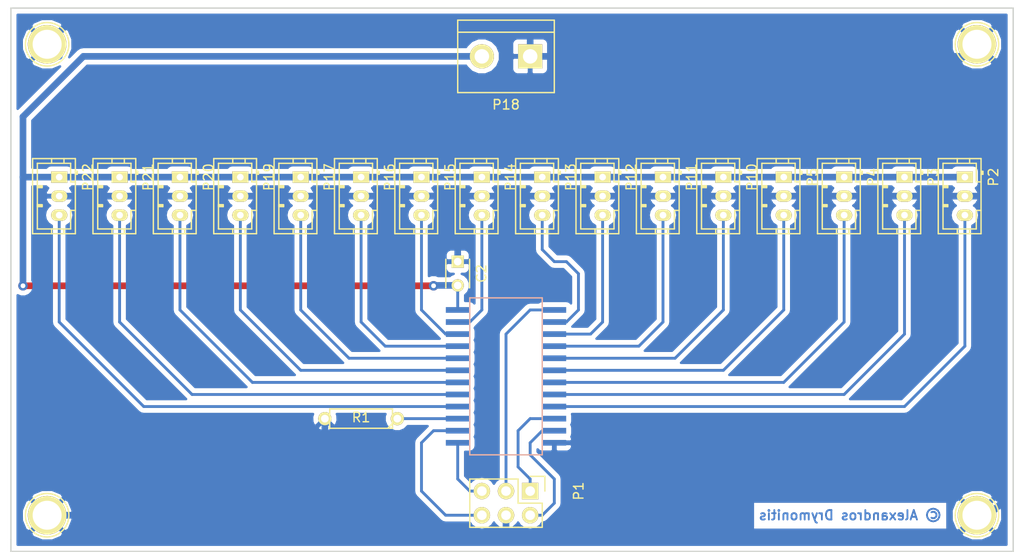
<source format=kicad_pcb>
(kicad_pcb (version 4) (host pcbnew 4.0.6+dfsg1-1)

  (general
    (links 64)
    (no_connects 0)
    (area 90.216667 70.145 198.073334 128.345001)
    (thickness 1.6)
    (drawings 6)
    (tracks 143)
    (zones 0)
    (modules 25)
    (nets 25)
  )

  (page A4)
  (title_block
    (title "Modular Synthesizer Power Bus")
    (date 2017-11-01)
    (rev 1)
    (company "Alexandros Drymonitis")
  )

  (layers
    (0 F.Cu signal)
    (31 B.Cu signal)
    (32 B.Adhes user)
    (33 F.Adhes user)
    (34 B.Paste user)
    (35 F.Paste user)
    (36 B.SilkS user)
    (37 F.SilkS user)
    (38 B.Mask user)
    (39 F.Mask user)
    (40 Dwgs.User user)
    (41 Cmts.User user)
    (42 Eco1.User user)
    (43 Eco2.User user)
    (44 Edge.Cuts user)
    (45 Margin user)
    (46 B.CrtYd user)
    (47 F.CrtYd user)
    (48 B.Fab user)
    (49 F.Fab user)
  )

  (setup
    (last_trace_width 0.3)
    (user_trace_width 0.7)
    (trace_clearance 0.2)
    (zone_clearance 0.508)
    (zone_45_only yes)
    (trace_min 0.2)
    (segment_width 0.2)
    (edge_width 0.15)
    (via_size 1)
    (via_drill 0.5)
    (via_min_size 0.5)
    (via_min_drill 0.3)
    (uvia_size 0.3)
    (uvia_drill 0.1)
    (uvias_allowed no)
    (uvia_min_size 0.2)
    (uvia_min_drill 0.1)
    (pcb_text_width 0.3)
    (pcb_text_size 1.5 1.5)
    (mod_edge_width 0.15)
    (mod_text_size 1 1)
    (mod_text_width 0.15)
    (pad_size 1.524 1.524)
    (pad_drill 0.762)
    (pad_to_mask_clearance 0.2)
    (aux_axis_origin 0 0)
    (visible_elements FFFFFF7F)
    (pcbplotparams
      (layerselection 0x010f0_80000001)
      (usegerberextensions false)
      (excludeedgelayer true)
      (linewidth 0.050000)
      (plotframeref false)
      (viasonmask false)
      (mode 1)
      (useauxorigin false)
      (hpglpennumber 1)
      (hpglpenspeed 20)
      (hpglpendiameter 15)
      (hpglpenoverlay 2)
      (psnegative false)
      (psa4output false)
      (plotreference true)
      (plotvalue true)
      (plotinvisibletext false)
      (padsonsilk false)
      (subtractmaskfromsilk false)
      (outputformat 1)
      (mirror false)
      (drillshape 0)
      (scaleselection 1)
      (outputdirectory ../../../../Documents/kicad/3dPd/power_bus/svg_files/))
  )

  (net 0 "")
  (net 1 GND)
  (net 2 VCC)
  (net 3 /S0)
  (net 4 /S1)
  (net 5 /COM)
  (net 6 /S3)
  (net 7 /S2)
  (net 8 /A0)
  (net 9 /A1)
  (net 10 /A2)
  (net 11 /A3)
  (net 12 /A4)
  (net 13 /A5)
  (net 14 /A6)
  (net 15 /A7)
  (net 16 /A8)
  (net 17 /A9)
  (net 18 /A10)
  (net 19 /A11)
  (net 20 /A12)
  (net 21 /A13)
  (net 22 /A14)
  (net 23 /A15)
  (net 24 "Net-(R1-Pad1)")

  (net_class Default "This is the default net class."
    (clearance 0.2)
    (trace_width 0.3)
    (via_dia 1)
    (via_drill 0.5)
    (uvia_dia 0.3)
    (uvia_drill 0.1)
    (add_net /A0)
    (add_net /A1)
    (add_net /A10)
    (add_net /A11)
    (add_net /A12)
    (add_net /A13)
    (add_net /A14)
    (add_net /A15)
    (add_net /A2)
    (add_net /A3)
    (add_net /A4)
    (add_net /A5)
    (add_net /A6)
    (add_net /A7)
    (add_net /A8)
    (add_net /A9)
    (add_net /COM)
    (add_net /S0)
    (add_net /S1)
    (add_net /S2)
    (add_net /S3)
    (add_net GND)
    (add_net "Net-(R1-Pad1)")
    (add_net VCC)
  )

  (module Capacitors_ThroughHole:C_Disc_D3_P2.5 (layer F.Cu) (tedit 0) (tstamp 59650323)
    (at 138.43 97.79 270)
    (descr "Capacitor 3mm Disc, Pitch 2.5mm")
    (tags Capacitor)
    (path /59656677)
    (fp_text reference C2 (at 1.25 -2.5 270) (layer F.SilkS)
      (effects (font (size 1 1) (thickness 0.15)))
    )
    (fp_text value 0.1uF (at 1.25 2.5 270) (layer F.Fab)
      (effects (font (size 1 1) (thickness 0.15)))
    )
    (fp_line (start -0.9 -1.5) (end 3.4 -1.5) (layer F.CrtYd) (width 0.05))
    (fp_line (start 3.4 -1.5) (end 3.4 1.5) (layer F.CrtYd) (width 0.05))
    (fp_line (start 3.4 1.5) (end -0.9 1.5) (layer F.CrtYd) (width 0.05))
    (fp_line (start -0.9 1.5) (end -0.9 -1.5) (layer F.CrtYd) (width 0.05))
    (fp_line (start -0.25 -1.25) (end 2.75 -1.25) (layer F.SilkS) (width 0.15))
    (fp_line (start 2.75 1.25) (end -0.25 1.25) (layer F.SilkS) (width 0.15))
    (pad 1 thru_hole rect (at 0 0 270) (size 1.3 1.3) (drill 0.8) (layers *.Cu *.Mask F.SilkS)
      (net 1 GND))
    (pad 2 thru_hole circle (at 2.5 0 270) (size 1.3 1.3) (drill 0.8001) (layers *.Cu *.Mask F.SilkS)
      (net 2 VCC))
    (model Capacitors_ThroughHole.3dshapes/C_Disc_D3_P2.5.wrl
      (at (xyz 0.0492126 0 0))
      (scale (xyz 1 1 1))
      (rotate (xyz 0 0 0))
    )
  )

  (module Pin_Headers:Pin_Header_Straight_2x03 (layer F.Cu) (tedit 54EA0A4B) (tstamp 5965032D)
    (at 146.05 121.92 270)
    (descr "Through hole pin header")
    (tags "pin header")
    (path /596565E6)
    (fp_text reference P1 (at 0 -5.1 270) (layer F.SilkS)
      (effects (font (size 1 1) (thickness 0.15)))
    )
    (fp_text value CONN_02X03 (at 0 -3.1 270) (layer F.Fab)
      (effects (font (size 1 1) (thickness 0.15)))
    )
    (fp_line (start -1.27 1.27) (end -1.27 6.35) (layer F.SilkS) (width 0.15))
    (fp_line (start -1.55 -1.55) (end 0 -1.55) (layer F.SilkS) (width 0.15))
    (fp_line (start -1.75 -1.75) (end -1.75 6.85) (layer F.CrtYd) (width 0.05))
    (fp_line (start 4.3 -1.75) (end 4.3 6.85) (layer F.CrtYd) (width 0.05))
    (fp_line (start -1.75 -1.75) (end 4.3 -1.75) (layer F.CrtYd) (width 0.05))
    (fp_line (start -1.75 6.85) (end 4.3 6.85) (layer F.CrtYd) (width 0.05))
    (fp_line (start 1.27 -1.27) (end 1.27 1.27) (layer F.SilkS) (width 0.15))
    (fp_line (start 1.27 1.27) (end -1.27 1.27) (layer F.SilkS) (width 0.15))
    (fp_line (start -1.27 6.35) (end 3.81 6.35) (layer F.SilkS) (width 0.15))
    (fp_line (start 3.81 6.35) (end 3.81 1.27) (layer F.SilkS) (width 0.15))
    (fp_line (start -1.55 -1.55) (end -1.55 0) (layer F.SilkS) (width 0.15))
    (fp_line (start 3.81 -1.27) (end 1.27 -1.27) (layer F.SilkS) (width 0.15))
    (fp_line (start 3.81 1.27) (end 3.81 -1.27) (layer F.SilkS) (width 0.15))
    (pad 1 thru_hole rect (at 0 0 270) (size 1.7272 1.7272) (drill 1.016) (layers *.Cu *.Mask F.SilkS)
      (net 3 /S0))
    (pad 2 thru_hole oval (at 2.54 0 270) (size 1.7272 1.7272) (drill 1.016) (layers *.Cu *.Mask F.SilkS)
      (net 4 /S1))
    (pad 3 thru_hole oval (at 0 2.54 270) (size 1.7272 1.7272) (drill 1.016) (layers *.Cu *.Mask F.SilkS)
      (net 5 /COM))
    (pad 4 thru_hole oval (at 2.54 2.54 270) (size 1.7272 1.7272) (drill 1.016) (layers *.Cu *.Mask F.SilkS)
      (net 1 GND))
    (pad 5 thru_hole oval (at 0 5.08 270) (size 1.7272 1.7272) (drill 1.016) (layers *.Cu *.Mask F.SilkS)
      (net 6 /S3))
    (pad 6 thru_hole oval (at 2.54 5.08 270) (size 1.7272 1.7272) (drill 1.016) (layers *.Cu *.Mask F.SilkS)
      (net 7 /S2))
    (model Pin_Headers.3dshapes/Pin_Header_Straight_2x03.wrl
      (at (xyz 0.05 -0.1 0))
      (scale (xyz 1 1 1))
      (rotate (xyz 0 0 90))
    )
  )

  (module Connectors_JST:Connectors_JST_B3B-PH-K (layer F.Cu) (tedit 55F6C32A) (tstamp 59650334)
    (at 191.77 88.9 270)
    (descr "JST PH series connector, B3B-PH-K")
    (tags "connector jst ph")
    (path /596558B8)
    (fp_text reference P2 (at 0 -3 270) (layer F.SilkS)
      (effects (font (size 1 1) (thickness 0.15)))
    )
    (fp_text value CONN_01X03 (at 2 4 270) (layer F.Fab)
      (effects (font (size 1 1) (thickness 0.15)))
    )
    (fp_line (start -1.95 2.8) (end -1.95 -1.7) (layer F.SilkS) (width 0.15))
    (fp_line (start -1.95 -1.7) (end 5.95 -1.7) (layer F.SilkS) (width 0.15))
    (fp_line (start 5.95 -1.7) (end 5.95 2.8) (layer F.SilkS) (width 0.15))
    (fp_line (start 5.95 2.8) (end -1.95 2.8) (layer F.SilkS) (width 0.15))
    (fp_line (start 0.5 -1.7) (end 0.5 -1.2) (layer F.SilkS) (width 0.15))
    (fp_line (start 0.5 -1.2) (end -1.45 -1.2) (layer F.SilkS) (width 0.15))
    (fp_line (start -1.45 -1.2) (end -1.45 2.3) (layer F.SilkS) (width 0.15))
    (fp_line (start -1.45 2.3) (end 5.45 2.3) (layer F.SilkS) (width 0.15))
    (fp_line (start 5.45 2.3) (end 5.45 -1.2) (layer F.SilkS) (width 0.15))
    (fp_line (start 5.45 -1.2) (end 3.5 -1.2) (layer F.SilkS) (width 0.15))
    (fp_line (start 3.5 -1.2) (end 3.5 -1.7) (layer F.SilkS) (width 0.15))
    (fp_line (start -1.95 -0.5) (end -1.45 -0.5) (layer F.SilkS) (width 0.15))
    (fp_line (start -1.95 0.8) (end -1.45 0.8) (layer F.SilkS) (width 0.15))
    (fp_line (start 5.45 -0.5) (end 5.95 -0.5) (layer F.SilkS) (width 0.15))
    (fp_line (start 5.45 0.8) (end 5.95 0.8) (layer F.SilkS) (width 0.15))
    (fp_line (start -0.3 -1.7) (end -0.3 -1.9) (layer F.SilkS) (width 0.15))
    (fp_line (start -0.3 -1.9) (end -0.6 -1.9) (layer F.SilkS) (width 0.15))
    (fp_line (start -0.6 -1.9) (end -0.6 -1.7) (layer F.SilkS) (width 0.15))
    (fp_line (start -0.3 -1.8) (end -0.6 -1.8) (layer F.SilkS) (width 0.15))
    (fp_line (start 0.9 2.3) (end 0.9 1.8) (layer F.SilkS) (width 0.15))
    (fp_line (start 0.9 1.8) (end 1.1 1.8) (layer F.SilkS) (width 0.15))
    (fp_line (start 1.1 1.8) (end 1.1 2.3) (layer F.SilkS) (width 0.15))
    (fp_line (start 1 2.3) (end 1 1.8) (layer F.SilkS) (width 0.15))
    (fp_line (start 2.9 2.3) (end 2.9 1.8) (layer F.SilkS) (width 0.15))
    (fp_line (start 2.9 1.8) (end 3.1 1.8) (layer F.SilkS) (width 0.15))
    (fp_line (start 3.1 1.8) (end 3.1 2.3) (layer F.SilkS) (width 0.15))
    (fp_line (start 3 2.3) (end 3 1.8) (layer F.SilkS) (width 0.15))
    (fp_line (start -2.45 3.3) (end -2.45 -2.2) (layer F.CrtYd) (width 0.05))
    (fp_line (start -2.45 -2.2) (end 6.45 -2.2) (layer F.CrtYd) (width 0.05))
    (fp_line (start 6.45 -2.2) (end 6.45 3.3) (layer F.CrtYd) (width 0.05))
    (fp_line (start 6.45 3.3) (end -2.45 3.3) (layer F.CrtYd) (width 0.05))
    (pad 1 thru_hole rect (at 0 0 270) (size 1.2 1.7) (drill 0.7) (layers *.Cu *.Mask F.SilkS)
      (net 2 VCC))
    (pad 2 thru_hole oval (at 2 0 270) (size 1.2 1.7) (drill 0.7) (layers *.Cu *.Mask F.SilkS)
      (net 1 GND))
    (pad 3 thru_hole oval (at 4 0 270) (size 1.2 1.7) (drill 0.7) (layers *.Cu *.Mask F.SilkS)
      (net 8 /A0))
  )

  (module Connectors_JST:Connectors_JST_B3B-PH-K (layer F.Cu) (tedit 55F6C32A) (tstamp 5965033B)
    (at 185.42 88.9 270)
    (descr "JST PH series connector, B3B-PH-K")
    (tags "connector jst ph")
    (path /596559BF)
    (fp_text reference P3 (at 0 -3 270) (layer F.SilkS)
      (effects (font (size 1 1) (thickness 0.15)))
    )
    (fp_text value CONN_01X03 (at 2 4 270) (layer F.Fab)
      (effects (font (size 1 1) (thickness 0.15)))
    )
    (fp_line (start -1.95 2.8) (end -1.95 -1.7) (layer F.SilkS) (width 0.15))
    (fp_line (start -1.95 -1.7) (end 5.95 -1.7) (layer F.SilkS) (width 0.15))
    (fp_line (start 5.95 -1.7) (end 5.95 2.8) (layer F.SilkS) (width 0.15))
    (fp_line (start 5.95 2.8) (end -1.95 2.8) (layer F.SilkS) (width 0.15))
    (fp_line (start 0.5 -1.7) (end 0.5 -1.2) (layer F.SilkS) (width 0.15))
    (fp_line (start 0.5 -1.2) (end -1.45 -1.2) (layer F.SilkS) (width 0.15))
    (fp_line (start -1.45 -1.2) (end -1.45 2.3) (layer F.SilkS) (width 0.15))
    (fp_line (start -1.45 2.3) (end 5.45 2.3) (layer F.SilkS) (width 0.15))
    (fp_line (start 5.45 2.3) (end 5.45 -1.2) (layer F.SilkS) (width 0.15))
    (fp_line (start 5.45 -1.2) (end 3.5 -1.2) (layer F.SilkS) (width 0.15))
    (fp_line (start 3.5 -1.2) (end 3.5 -1.7) (layer F.SilkS) (width 0.15))
    (fp_line (start -1.95 -0.5) (end -1.45 -0.5) (layer F.SilkS) (width 0.15))
    (fp_line (start -1.95 0.8) (end -1.45 0.8) (layer F.SilkS) (width 0.15))
    (fp_line (start 5.45 -0.5) (end 5.95 -0.5) (layer F.SilkS) (width 0.15))
    (fp_line (start 5.45 0.8) (end 5.95 0.8) (layer F.SilkS) (width 0.15))
    (fp_line (start -0.3 -1.7) (end -0.3 -1.9) (layer F.SilkS) (width 0.15))
    (fp_line (start -0.3 -1.9) (end -0.6 -1.9) (layer F.SilkS) (width 0.15))
    (fp_line (start -0.6 -1.9) (end -0.6 -1.7) (layer F.SilkS) (width 0.15))
    (fp_line (start -0.3 -1.8) (end -0.6 -1.8) (layer F.SilkS) (width 0.15))
    (fp_line (start 0.9 2.3) (end 0.9 1.8) (layer F.SilkS) (width 0.15))
    (fp_line (start 0.9 1.8) (end 1.1 1.8) (layer F.SilkS) (width 0.15))
    (fp_line (start 1.1 1.8) (end 1.1 2.3) (layer F.SilkS) (width 0.15))
    (fp_line (start 1 2.3) (end 1 1.8) (layer F.SilkS) (width 0.15))
    (fp_line (start 2.9 2.3) (end 2.9 1.8) (layer F.SilkS) (width 0.15))
    (fp_line (start 2.9 1.8) (end 3.1 1.8) (layer F.SilkS) (width 0.15))
    (fp_line (start 3.1 1.8) (end 3.1 2.3) (layer F.SilkS) (width 0.15))
    (fp_line (start 3 2.3) (end 3 1.8) (layer F.SilkS) (width 0.15))
    (fp_line (start -2.45 3.3) (end -2.45 -2.2) (layer F.CrtYd) (width 0.05))
    (fp_line (start -2.45 -2.2) (end 6.45 -2.2) (layer F.CrtYd) (width 0.05))
    (fp_line (start 6.45 -2.2) (end 6.45 3.3) (layer F.CrtYd) (width 0.05))
    (fp_line (start 6.45 3.3) (end -2.45 3.3) (layer F.CrtYd) (width 0.05))
    (pad 1 thru_hole rect (at 0 0 270) (size 1.2 1.7) (drill 0.7) (layers *.Cu *.Mask F.SilkS)
      (net 2 VCC))
    (pad 2 thru_hole oval (at 2 0 270) (size 1.2 1.7) (drill 0.7) (layers *.Cu *.Mask F.SilkS)
      (net 1 GND))
    (pad 3 thru_hole oval (at 4 0 270) (size 1.2 1.7) (drill 0.7) (layers *.Cu *.Mask F.SilkS)
      (net 9 /A1))
  )

  (module Connectors_JST:Connectors_JST_B3B-PH-K (layer F.Cu) (tedit 55F6C32A) (tstamp 59650342)
    (at 179.07 88.9 270)
    (descr "JST PH series connector, B3B-PH-K")
    (tags "connector jst ph")
    (path /59655A83)
    (fp_text reference P4 (at 0 -3 270) (layer F.SilkS)
      (effects (font (size 1 1) (thickness 0.15)))
    )
    (fp_text value CONN_01X03 (at 2 4 270) (layer F.Fab)
      (effects (font (size 1 1) (thickness 0.15)))
    )
    (fp_line (start -1.95 2.8) (end -1.95 -1.7) (layer F.SilkS) (width 0.15))
    (fp_line (start -1.95 -1.7) (end 5.95 -1.7) (layer F.SilkS) (width 0.15))
    (fp_line (start 5.95 -1.7) (end 5.95 2.8) (layer F.SilkS) (width 0.15))
    (fp_line (start 5.95 2.8) (end -1.95 2.8) (layer F.SilkS) (width 0.15))
    (fp_line (start 0.5 -1.7) (end 0.5 -1.2) (layer F.SilkS) (width 0.15))
    (fp_line (start 0.5 -1.2) (end -1.45 -1.2) (layer F.SilkS) (width 0.15))
    (fp_line (start -1.45 -1.2) (end -1.45 2.3) (layer F.SilkS) (width 0.15))
    (fp_line (start -1.45 2.3) (end 5.45 2.3) (layer F.SilkS) (width 0.15))
    (fp_line (start 5.45 2.3) (end 5.45 -1.2) (layer F.SilkS) (width 0.15))
    (fp_line (start 5.45 -1.2) (end 3.5 -1.2) (layer F.SilkS) (width 0.15))
    (fp_line (start 3.5 -1.2) (end 3.5 -1.7) (layer F.SilkS) (width 0.15))
    (fp_line (start -1.95 -0.5) (end -1.45 -0.5) (layer F.SilkS) (width 0.15))
    (fp_line (start -1.95 0.8) (end -1.45 0.8) (layer F.SilkS) (width 0.15))
    (fp_line (start 5.45 -0.5) (end 5.95 -0.5) (layer F.SilkS) (width 0.15))
    (fp_line (start 5.45 0.8) (end 5.95 0.8) (layer F.SilkS) (width 0.15))
    (fp_line (start -0.3 -1.7) (end -0.3 -1.9) (layer F.SilkS) (width 0.15))
    (fp_line (start -0.3 -1.9) (end -0.6 -1.9) (layer F.SilkS) (width 0.15))
    (fp_line (start -0.6 -1.9) (end -0.6 -1.7) (layer F.SilkS) (width 0.15))
    (fp_line (start -0.3 -1.8) (end -0.6 -1.8) (layer F.SilkS) (width 0.15))
    (fp_line (start 0.9 2.3) (end 0.9 1.8) (layer F.SilkS) (width 0.15))
    (fp_line (start 0.9 1.8) (end 1.1 1.8) (layer F.SilkS) (width 0.15))
    (fp_line (start 1.1 1.8) (end 1.1 2.3) (layer F.SilkS) (width 0.15))
    (fp_line (start 1 2.3) (end 1 1.8) (layer F.SilkS) (width 0.15))
    (fp_line (start 2.9 2.3) (end 2.9 1.8) (layer F.SilkS) (width 0.15))
    (fp_line (start 2.9 1.8) (end 3.1 1.8) (layer F.SilkS) (width 0.15))
    (fp_line (start 3.1 1.8) (end 3.1 2.3) (layer F.SilkS) (width 0.15))
    (fp_line (start 3 2.3) (end 3 1.8) (layer F.SilkS) (width 0.15))
    (fp_line (start -2.45 3.3) (end -2.45 -2.2) (layer F.CrtYd) (width 0.05))
    (fp_line (start -2.45 -2.2) (end 6.45 -2.2) (layer F.CrtYd) (width 0.05))
    (fp_line (start 6.45 -2.2) (end 6.45 3.3) (layer F.CrtYd) (width 0.05))
    (fp_line (start 6.45 3.3) (end -2.45 3.3) (layer F.CrtYd) (width 0.05))
    (pad 1 thru_hole rect (at 0 0 270) (size 1.2 1.7) (drill 0.7) (layers *.Cu *.Mask F.SilkS)
      (net 2 VCC))
    (pad 2 thru_hole oval (at 2 0 270) (size 1.2 1.7) (drill 0.7) (layers *.Cu *.Mask F.SilkS)
      (net 1 GND))
    (pad 3 thru_hole oval (at 4 0 270) (size 1.2 1.7) (drill 0.7) (layers *.Cu *.Mask F.SilkS)
      (net 10 /A2))
  )

  (module Connectors_JST:Connectors_JST_B3B-PH-K (layer F.Cu) (tedit 55F6C32A) (tstamp 59650349)
    (at 172.72 88.9 270)
    (descr "JST PH series connector, B3B-PH-K")
    (tags "connector jst ph")
    (path /59655EF2)
    (fp_text reference P5 (at 0 -3 270) (layer F.SilkS)
      (effects (font (size 1 1) (thickness 0.15)))
    )
    (fp_text value CONN_01X03 (at 2 4 270) (layer F.Fab)
      (effects (font (size 1 1) (thickness 0.15)))
    )
    (fp_line (start -1.95 2.8) (end -1.95 -1.7) (layer F.SilkS) (width 0.15))
    (fp_line (start -1.95 -1.7) (end 5.95 -1.7) (layer F.SilkS) (width 0.15))
    (fp_line (start 5.95 -1.7) (end 5.95 2.8) (layer F.SilkS) (width 0.15))
    (fp_line (start 5.95 2.8) (end -1.95 2.8) (layer F.SilkS) (width 0.15))
    (fp_line (start 0.5 -1.7) (end 0.5 -1.2) (layer F.SilkS) (width 0.15))
    (fp_line (start 0.5 -1.2) (end -1.45 -1.2) (layer F.SilkS) (width 0.15))
    (fp_line (start -1.45 -1.2) (end -1.45 2.3) (layer F.SilkS) (width 0.15))
    (fp_line (start -1.45 2.3) (end 5.45 2.3) (layer F.SilkS) (width 0.15))
    (fp_line (start 5.45 2.3) (end 5.45 -1.2) (layer F.SilkS) (width 0.15))
    (fp_line (start 5.45 -1.2) (end 3.5 -1.2) (layer F.SilkS) (width 0.15))
    (fp_line (start 3.5 -1.2) (end 3.5 -1.7) (layer F.SilkS) (width 0.15))
    (fp_line (start -1.95 -0.5) (end -1.45 -0.5) (layer F.SilkS) (width 0.15))
    (fp_line (start -1.95 0.8) (end -1.45 0.8) (layer F.SilkS) (width 0.15))
    (fp_line (start 5.45 -0.5) (end 5.95 -0.5) (layer F.SilkS) (width 0.15))
    (fp_line (start 5.45 0.8) (end 5.95 0.8) (layer F.SilkS) (width 0.15))
    (fp_line (start -0.3 -1.7) (end -0.3 -1.9) (layer F.SilkS) (width 0.15))
    (fp_line (start -0.3 -1.9) (end -0.6 -1.9) (layer F.SilkS) (width 0.15))
    (fp_line (start -0.6 -1.9) (end -0.6 -1.7) (layer F.SilkS) (width 0.15))
    (fp_line (start -0.3 -1.8) (end -0.6 -1.8) (layer F.SilkS) (width 0.15))
    (fp_line (start 0.9 2.3) (end 0.9 1.8) (layer F.SilkS) (width 0.15))
    (fp_line (start 0.9 1.8) (end 1.1 1.8) (layer F.SilkS) (width 0.15))
    (fp_line (start 1.1 1.8) (end 1.1 2.3) (layer F.SilkS) (width 0.15))
    (fp_line (start 1 2.3) (end 1 1.8) (layer F.SilkS) (width 0.15))
    (fp_line (start 2.9 2.3) (end 2.9 1.8) (layer F.SilkS) (width 0.15))
    (fp_line (start 2.9 1.8) (end 3.1 1.8) (layer F.SilkS) (width 0.15))
    (fp_line (start 3.1 1.8) (end 3.1 2.3) (layer F.SilkS) (width 0.15))
    (fp_line (start 3 2.3) (end 3 1.8) (layer F.SilkS) (width 0.15))
    (fp_line (start -2.45 3.3) (end -2.45 -2.2) (layer F.CrtYd) (width 0.05))
    (fp_line (start -2.45 -2.2) (end 6.45 -2.2) (layer F.CrtYd) (width 0.05))
    (fp_line (start 6.45 -2.2) (end 6.45 3.3) (layer F.CrtYd) (width 0.05))
    (fp_line (start 6.45 3.3) (end -2.45 3.3) (layer F.CrtYd) (width 0.05))
    (pad 1 thru_hole rect (at 0 0 270) (size 1.2 1.7) (drill 0.7) (layers *.Cu *.Mask F.SilkS)
      (net 2 VCC))
    (pad 2 thru_hole oval (at 2 0 270) (size 1.2 1.7) (drill 0.7) (layers *.Cu *.Mask F.SilkS)
      (net 1 GND))
    (pad 3 thru_hole oval (at 4 0 270) (size 1.2 1.7) (drill 0.7) (layers *.Cu *.Mask F.SilkS)
      (net 11 /A3))
  )

  (module Connectors_JST:Connectors_JST_B3B-PH-K (layer F.Cu) (tedit 55F6C32A) (tstamp 59650364)
    (at 166.37 88.9 270)
    (descr "JST PH series connector, B3B-PH-K")
    (tags "connector jst ph")
    (path /5965591B)
    (fp_text reference P10 (at 0 -3 270) (layer F.SilkS)
      (effects (font (size 1 1) (thickness 0.15)))
    )
    (fp_text value CONN_01X03 (at 2 4 270) (layer F.Fab)
      (effects (font (size 1 1) (thickness 0.15)))
    )
    (fp_line (start -1.95 2.8) (end -1.95 -1.7) (layer F.SilkS) (width 0.15))
    (fp_line (start -1.95 -1.7) (end 5.95 -1.7) (layer F.SilkS) (width 0.15))
    (fp_line (start 5.95 -1.7) (end 5.95 2.8) (layer F.SilkS) (width 0.15))
    (fp_line (start 5.95 2.8) (end -1.95 2.8) (layer F.SilkS) (width 0.15))
    (fp_line (start 0.5 -1.7) (end 0.5 -1.2) (layer F.SilkS) (width 0.15))
    (fp_line (start 0.5 -1.2) (end -1.45 -1.2) (layer F.SilkS) (width 0.15))
    (fp_line (start -1.45 -1.2) (end -1.45 2.3) (layer F.SilkS) (width 0.15))
    (fp_line (start -1.45 2.3) (end 5.45 2.3) (layer F.SilkS) (width 0.15))
    (fp_line (start 5.45 2.3) (end 5.45 -1.2) (layer F.SilkS) (width 0.15))
    (fp_line (start 5.45 -1.2) (end 3.5 -1.2) (layer F.SilkS) (width 0.15))
    (fp_line (start 3.5 -1.2) (end 3.5 -1.7) (layer F.SilkS) (width 0.15))
    (fp_line (start -1.95 -0.5) (end -1.45 -0.5) (layer F.SilkS) (width 0.15))
    (fp_line (start -1.95 0.8) (end -1.45 0.8) (layer F.SilkS) (width 0.15))
    (fp_line (start 5.45 -0.5) (end 5.95 -0.5) (layer F.SilkS) (width 0.15))
    (fp_line (start 5.45 0.8) (end 5.95 0.8) (layer F.SilkS) (width 0.15))
    (fp_line (start -0.3 -1.7) (end -0.3 -1.9) (layer F.SilkS) (width 0.15))
    (fp_line (start -0.3 -1.9) (end -0.6 -1.9) (layer F.SilkS) (width 0.15))
    (fp_line (start -0.6 -1.9) (end -0.6 -1.7) (layer F.SilkS) (width 0.15))
    (fp_line (start -0.3 -1.8) (end -0.6 -1.8) (layer F.SilkS) (width 0.15))
    (fp_line (start 0.9 2.3) (end 0.9 1.8) (layer F.SilkS) (width 0.15))
    (fp_line (start 0.9 1.8) (end 1.1 1.8) (layer F.SilkS) (width 0.15))
    (fp_line (start 1.1 1.8) (end 1.1 2.3) (layer F.SilkS) (width 0.15))
    (fp_line (start 1 2.3) (end 1 1.8) (layer F.SilkS) (width 0.15))
    (fp_line (start 2.9 2.3) (end 2.9 1.8) (layer F.SilkS) (width 0.15))
    (fp_line (start 2.9 1.8) (end 3.1 1.8) (layer F.SilkS) (width 0.15))
    (fp_line (start 3.1 1.8) (end 3.1 2.3) (layer F.SilkS) (width 0.15))
    (fp_line (start 3 2.3) (end 3 1.8) (layer F.SilkS) (width 0.15))
    (fp_line (start -2.45 3.3) (end -2.45 -2.2) (layer F.CrtYd) (width 0.05))
    (fp_line (start -2.45 -2.2) (end 6.45 -2.2) (layer F.CrtYd) (width 0.05))
    (fp_line (start 6.45 -2.2) (end 6.45 3.3) (layer F.CrtYd) (width 0.05))
    (fp_line (start 6.45 3.3) (end -2.45 3.3) (layer F.CrtYd) (width 0.05))
    (pad 1 thru_hole rect (at 0 0 270) (size 1.2 1.7) (drill 0.7) (layers *.Cu *.Mask F.SilkS)
      (net 2 VCC))
    (pad 2 thru_hole oval (at 2 0 270) (size 1.2 1.7) (drill 0.7) (layers *.Cu *.Mask F.SilkS)
      (net 1 GND))
    (pad 3 thru_hole oval (at 4 0 270) (size 1.2 1.7) (drill 0.7) (layers *.Cu *.Mask F.SilkS)
      (net 12 /A4))
  )

  (module Connectors_JST:Connectors_JST_B3B-PH-K (layer F.Cu) (tedit 55F6C32A) (tstamp 5965036B)
    (at 160.02 88.9 270)
    (descr "JST PH series connector, B3B-PH-K")
    (tags "connector jst ph")
    (path /596559E6)
    (fp_text reference P11 (at 0 -3 270) (layer F.SilkS)
      (effects (font (size 1 1) (thickness 0.15)))
    )
    (fp_text value CONN_01X03 (at 2 4 270) (layer F.Fab)
      (effects (font (size 1 1) (thickness 0.15)))
    )
    (fp_line (start -1.95 2.8) (end -1.95 -1.7) (layer F.SilkS) (width 0.15))
    (fp_line (start -1.95 -1.7) (end 5.95 -1.7) (layer F.SilkS) (width 0.15))
    (fp_line (start 5.95 -1.7) (end 5.95 2.8) (layer F.SilkS) (width 0.15))
    (fp_line (start 5.95 2.8) (end -1.95 2.8) (layer F.SilkS) (width 0.15))
    (fp_line (start 0.5 -1.7) (end 0.5 -1.2) (layer F.SilkS) (width 0.15))
    (fp_line (start 0.5 -1.2) (end -1.45 -1.2) (layer F.SilkS) (width 0.15))
    (fp_line (start -1.45 -1.2) (end -1.45 2.3) (layer F.SilkS) (width 0.15))
    (fp_line (start -1.45 2.3) (end 5.45 2.3) (layer F.SilkS) (width 0.15))
    (fp_line (start 5.45 2.3) (end 5.45 -1.2) (layer F.SilkS) (width 0.15))
    (fp_line (start 5.45 -1.2) (end 3.5 -1.2) (layer F.SilkS) (width 0.15))
    (fp_line (start 3.5 -1.2) (end 3.5 -1.7) (layer F.SilkS) (width 0.15))
    (fp_line (start -1.95 -0.5) (end -1.45 -0.5) (layer F.SilkS) (width 0.15))
    (fp_line (start -1.95 0.8) (end -1.45 0.8) (layer F.SilkS) (width 0.15))
    (fp_line (start 5.45 -0.5) (end 5.95 -0.5) (layer F.SilkS) (width 0.15))
    (fp_line (start 5.45 0.8) (end 5.95 0.8) (layer F.SilkS) (width 0.15))
    (fp_line (start -0.3 -1.7) (end -0.3 -1.9) (layer F.SilkS) (width 0.15))
    (fp_line (start -0.3 -1.9) (end -0.6 -1.9) (layer F.SilkS) (width 0.15))
    (fp_line (start -0.6 -1.9) (end -0.6 -1.7) (layer F.SilkS) (width 0.15))
    (fp_line (start -0.3 -1.8) (end -0.6 -1.8) (layer F.SilkS) (width 0.15))
    (fp_line (start 0.9 2.3) (end 0.9 1.8) (layer F.SilkS) (width 0.15))
    (fp_line (start 0.9 1.8) (end 1.1 1.8) (layer F.SilkS) (width 0.15))
    (fp_line (start 1.1 1.8) (end 1.1 2.3) (layer F.SilkS) (width 0.15))
    (fp_line (start 1 2.3) (end 1 1.8) (layer F.SilkS) (width 0.15))
    (fp_line (start 2.9 2.3) (end 2.9 1.8) (layer F.SilkS) (width 0.15))
    (fp_line (start 2.9 1.8) (end 3.1 1.8) (layer F.SilkS) (width 0.15))
    (fp_line (start 3.1 1.8) (end 3.1 2.3) (layer F.SilkS) (width 0.15))
    (fp_line (start 3 2.3) (end 3 1.8) (layer F.SilkS) (width 0.15))
    (fp_line (start -2.45 3.3) (end -2.45 -2.2) (layer F.CrtYd) (width 0.05))
    (fp_line (start -2.45 -2.2) (end 6.45 -2.2) (layer F.CrtYd) (width 0.05))
    (fp_line (start 6.45 -2.2) (end 6.45 3.3) (layer F.CrtYd) (width 0.05))
    (fp_line (start 6.45 3.3) (end -2.45 3.3) (layer F.CrtYd) (width 0.05))
    (pad 1 thru_hole rect (at 0 0 270) (size 1.2 1.7) (drill 0.7) (layers *.Cu *.Mask F.SilkS)
      (net 2 VCC))
    (pad 2 thru_hole oval (at 2 0 270) (size 1.2 1.7) (drill 0.7) (layers *.Cu *.Mask F.SilkS)
      (net 1 GND))
    (pad 3 thru_hole oval (at 4 0 270) (size 1.2 1.7) (drill 0.7) (layers *.Cu *.Mask F.SilkS)
      (net 13 /A5))
  )

  (module Connectors_JST:Connectors_JST_B3B-PH-K (layer F.Cu) (tedit 55F6C32A) (tstamp 59650372)
    (at 153.67 88.9 270)
    (descr "JST PH series connector, B3B-PH-K")
    (tags "connector jst ph")
    (path /59655ABC)
    (fp_text reference P12 (at 0 -3 270) (layer F.SilkS)
      (effects (font (size 1 1) (thickness 0.15)))
    )
    (fp_text value CONN_01X03 (at 2 4 270) (layer F.Fab)
      (effects (font (size 1 1) (thickness 0.15)))
    )
    (fp_line (start -1.95 2.8) (end -1.95 -1.7) (layer F.SilkS) (width 0.15))
    (fp_line (start -1.95 -1.7) (end 5.95 -1.7) (layer F.SilkS) (width 0.15))
    (fp_line (start 5.95 -1.7) (end 5.95 2.8) (layer F.SilkS) (width 0.15))
    (fp_line (start 5.95 2.8) (end -1.95 2.8) (layer F.SilkS) (width 0.15))
    (fp_line (start 0.5 -1.7) (end 0.5 -1.2) (layer F.SilkS) (width 0.15))
    (fp_line (start 0.5 -1.2) (end -1.45 -1.2) (layer F.SilkS) (width 0.15))
    (fp_line (start -1.45 -1.2) (end -1.45 2.3) (layer F.SilkS) (width 0.15))
    (fp_line (start -1.45 2.3) (end 5.45 2.3) (layer F.SilkS) (width 0.15))
    (fp_line (start 5.45 2.3) (end 5.45 -1.2) (layer F.SilkS) (width 0.15))
    (fp_line (start 5.45 -1.2) (end 3.5 -1.2) (layer F.SilkS) (width 0.15))
    (fp_line (start 3.5 -1.2) (end 3.5 -1.7) (layer F.SilkS) (width 0.15))
    (fp_line (start -1.95 -0.5) (end -1.45 -0.5) (layer F.SilkS) (width 0.15))
    (fp_line (start -1.95 0.8) (end -1.45 0.8) (layer F.SilkS) (width 0.15))
    (fp_line (start 5.45 -0.5) (end 5.95 -0.5) (layer F.SilkS) (width 0.15))
    (fp_line (start 5.45 0.8) (end 5.95 0.8) (layer F.SilkS) (width 0.15))
    (fp_line (start -0.3 -1.7) (end -0.3 -1.9) (layer F.SilkS) (width 0.15))
    (fp_line (start -0.3 -1.9) (end -0.6 -1.9) (layer F.SilkS) (width 0.15))
    (fp_line (start -0.6 -1.9) (end -0.6 -1.7) (layer F.SilkS) (width 0.15))
    (fp_line (start -0.3 -1.8) (end -0.6 -1.8) (layer F.SilkS) (width 0.15))
    (fp_line (start 0.9 2.3) (end 0.9 1.8) (layer F.SilkS) (width 0.15))
    (fp_line (start 0.9 1.8) (end 1.1 1.8) (layer F.SilkS) (width 0.15))
    (fp_line (start 1.1 1.8) (end 1.1 2.3) (layer F.SilkS) (width 0.15))
    (fp_line (start 1 2.3) (end 1 1.8) (layer F.SilkS) (width 0.15))
    (fp_line (start 2.9 2.3) (end 2.9 1.8) (layer F.SilkS) (width 0.15))
    (fp_line (start 2.9 1.8) (end 3.1 1.8) (layer F.SilkS) (width 0.15))
    (fp_line (start 3.1 1.8) (end 3.1 2.3) (layer F.SilkS) (width 0.15))
    (fp_line (start 3 2.3) (end 3 1.8) (layer F.SilkS) (width 0.15))
    (fp_line (start -2.45 3.3) (end -2.45 -2.2) (layer F.CrtYd) (width 0.05))
    (fp_line (start -2.45 -2.2) (end 6.45 -2.2) (layer F.CrtYd) (width 0.05))
    (fp_line (start 6.45 -2.2) (end 6.45 3.3) (layer F.CrtYd) (width 0.05))
    (fp_line (start 6.45 3.3) (end -2.45 3.3) (layer F.CrtYd) (width 0.05))
    (pad 1 thru_hole rect (at 0 0 270) (size 1.2 1.7) (drill 0.7) (layers *.Cu *.Mask F.SilkS)
      (net 2 VCC))
    (pad 2 thru_hole oval (at 2 0 270) (size 1.2 1.7) (drill 0.7) (layers *.Cu *.Mask F.SilkS)
      (net 1 GND))
    (pad 3 thru_hole oval (at 4 0 270) (size 1.2 1.7) (drill 0.7) (layers *.Cu *.Mask F.SilkS)
      (net 14 /A6))
  )

  (module Connectors_JST:Connectors_JST_B3B-PH-K (layer F.Cu) (tedit 55F6C32A) (tstamp 59650379)
    (at 147.32 88.9 270)
    (descr "JST PH series connector, B3B-PH-K")
    (tags "connector jst ph")
    (path /59655F39)
    (fp_text reference P13 (at 0 -3 270) (layer F.SilkS)
      (effects (font (size 1 1) (thickness 0.15)))
    )
    (fp_text value CONN_01X03 (at 2 4 270) (layer F.Fab)
      (effects (font (size 1 1) (thickness 0.15)))
    )
    (fp_line (start -1.95 2.8) (end -1.95 -1.7) (layer F.SilkS) (width 0.15))
    (fp_line (start -1.95 -1.7) (end 5.95 -1.7) (layer F.SilkS) (width 0.15))
    (fp_line (start 5.95 -1.7) (end 5.95 2.8) (layer F.SilkS) (width 0.15))
    (fp_line (start 5.95 2.8) (end -1.95 2.8) (layer F.SilkS) (width 0.15))
    (fp_line (start 0.5 -1.7) (end 0.5 -1.2) (layer F.SilkS) (width 0.15))
    (fp_line (start 0.5 -1.2) (end -1.45 -1.2) (layer F.SilkS) (width 0.15))
    (fp_line (start -1.45 -1.2) (end -1.45 2.3) (layer F.SilkS) (width 0.15))
    (fp_line (start -1.45 2.3) (end 5.45 2.3) (layer F.SilkS) (width 0.15))
    (fp_line (start 5.45 2.3) (end 5.45 -1.2) (layer F.SilkS) (width 0.15))
    (fp_line (start 5.45 -1.2) (end 3.5 -1.2) (layer F.SilkS) (width 0.15))
    (fp_line (start 3.5 -1.2) (end 3.5 -1.7) (layer F.SilkS) (width 0.15))
    (fp_line (start -1.95 -0.5) (end -1.45 -0.5) (layer F.SilkS) (width 0.15))
    (fp_line (start -1.95 0.8) (end -1.45 0.8) (layer F.SilkS) (width 0.15))
    (fp_line (start 5.45 -0.5) (end 5.95 -0.5) (layer F.SilkS) (width 0.15))
    (fp_line (start 5.45 0.8) (end 5.95 0.8) (layer F.SilkS) (width 0.15))
    (fp_line (start -0.3 -1.7) (end -0.3 -1.9) (layer F.SilkS) (width 0.15))
    (fp_line (start -0.3 -1.9) (end -0.6 -1.9) (layer F.SilkS) (width 0.15))
    (fp_line (start -0.6 -1.9) (end -0.6 -1.7) (layer F.SilkS) (width 0.15))
    (fp_line (start -0.3 -1.8) (end -0.6 -1.8) (layer F.SilkS) (width 0.15))
    (fp_line (start 0.9 2.3) (end 0.9 1.8) (layer F.SilkS) (width 0.15))
    (fp_line (start 0.9 1.8) (end 1.1 1.8) (layer F.SilkS) (width 0.15))
    (fp_line (start 1.1 1.8) (end 1.1 2.3) (layer F.SilkS) (width 0.15))
    (fp_line (start 1 2.3) (end 1 1.8) (layer F.SilkS) (width 0.15))
    (fp_line (start 2.9 2.3) (end 2.9 1.8) (layer F.SilkS) (width 0.15))
    (fp_line (start 2.9 1.8) (end 3.1 1.8) (layer F.SilkS) (width 0.15))
    (fp_line (start 3.1 1.8) (end 3.1 2.3) (layer F.SilkS) (width 0.15))
    (fp_line (start 3 2.3) (end 3 1.8) (layer F.SilkS) (width 0.15))
    (fp_line (start -2.45 3.3) (end -2.45 -2.2) (layer F.CrtYd) (width 0.05))
    (fp_line (start -2.45 -2.2) (end 6.45 -2.2) (layer F.CrtYd) (width 0.05))
    (fp_line (start 6.45 -2.2) (end 6.45 3.3) (layer F.CrtYd) (width 0.05))
    (fp_line (start 6.45 3.3) (end -2.45 3.3) (layer F.CrtYd) (width 0.05))
    (pad 1 thru_hole rect (at 0 0 270) (size 1.2 1.7) (drill 0.7) (layers *.Cu *.Mask F.SilkS)
      (net 2 VCC))
    (pad 2 thru_hole oval (at 2 0 270) (size 1.2 1.7) (drill 0.7) (layers *.Cu *.Mask F.SilkS)
      (net 1 GND))
    (pad 3 thru_hole oval (at 4 0 270) (size 1.2 1.7) (drill 0.7) (layers *.Cu *.Mask F.SilkS)
      (net 15 /A7))
  )

  (module Connectors_JST:Connectors_JST_B3B-PH-K (layer F.Cu) (tedit 55F6C32A) (tstamp 59650380)
    (at 140.97 88.9 270)
    (descr "JST PH series connector, B3B-PH-K")
    (tags "connector jst ph")
    (path /59655954)
    (fp_text reference P14 (at 0 -3 270) (layer F.SilkS)
      (effects (font (size 1 1) (thickness 0.15)))
    )
    (fp_text value CONN_01X03 (at 2 4 270) (layer F.Fab)
      (effects (font (size 1 1) (thickness 0.15)))
    )
    (fp_line (start -1.95 2.8) (end -1.95 -1.7) (layer F.SilkS) (width 0.15))
    (fp_line (start -1.95 -1.7) (end 5.95 -1.7) (layer F.SilkS) (width 0.15))
    (fp_line (start 5.95 -1.7) (end 5.95 2.8) (layer F.SilkS) (width 0.15))
    (fp_line (start 5.95 2.8) (end -1.95 2.8) (layer F.SilkS) (width 0.15))
    (fp_line (start 0.5 -1.7) (end 0.5 -1.2) (layer F.SilkS) (width 0.15))
    (fp_line (start 0.5 -1.2) (end -1.45 -1.2) (layer F.SilkS) (width 0.15))
    (fp_line (start -1.45 -1.2) (end -1.45 2.3) (layer F.SilkS) (width 0.15))
    (fp_line (start -1.45 2.3) (end 5.45 2.3) (layer F.SilkS) (width 0.15))
    (fp_line (start 5.45 2.3) (end 5.45 -1.2) (layer F.SilkS) (width 0.15))
    (fp_line (start 5.45 -1.2) (end 3.5 -1.2) (layer F.SilkS) (width 0.15))
    (fp_line (start 3.5 -1.2) (end 3.5 -1.7) (layer F.SilkS) (width 0.15))
    (fp_line (start -1.95 -0.5) (end -1.45 -0.5) (layer F.SilkS) (width 0.15))
    (fp_line (start -1.95 0.8) (end -1.45 0.8) (layer F.SilkS) (width 0.15))
    (fp_line (start 5.45 -0.5) (end 5.95 -0.5) (layer F.SilkS) (width 0.15))
    (fp_line (start 5.45 0.8) (end 5.95 0.8) (layer F.SilkS) (width 0.15))
    (fp_line (start -0.3 -1.7) (end -0.3 -1.9) (layer F.SilkS) (width 0.15))
    (fp_line (start -0.3 -1.9) (end -0.6 -1.9) (layer F.SilkS) (width 0.15))
    (fp_line (start -0.6 -1.9) (end -0.6 -1.7) (layer F.SilkS) (width 0.15))
    (fp_line (start -0.3 -1.8) (end -0.6 -1.8) (layer F.SilkS) (width 0.15))
    (fp_line (start 0.9 2.3) (end 0.9 1.8) (layer F.SilkS) (width 0.15))
    (fp_line (start 0.9 1.8) (end 1.1 1.8) (layer F.SilkS) (width 0.15))
    (fp_line (start 1.1 1.8) (end 1.1 2.3) (layer F.SilkS) (width 0.15))
    (fp_line (start 1 2.3) (end 1 1.8) (layer F.SilkS) (width 0.15))
    (fp_line (start 2.9 2.3) (end 2.9 1.8) (layer F.SilkS) (width 0.15))
    (fp_line (start 2.9 1.8) (end 3.1 1.8) (layer F.SilkS) (width 0.15))
    (fp_line (start 3.1 1.8) (end 3.1 2.3) (layer F.SilkS) (width 0.15))
    (fp_line (start 3 2.3) (end 3 1.8) (layer F.SilkS) (width 0.15))
    (fp_line (start -2.45 3.3) (end -2.45 -2.2) (layer F.CrtYd) (width 0.05))
    (fp_line (start -2.45 -2.2) (end 6.45 -2.2) (layer F.CrtYd) (width 0.05))
    (fp_line (start 6.45 -2.2) (end 6.45 3.3) (layer F.CrtYd) (width 0.05))
    (fp_line (start 6.45 3.3) (end -2.45 3.3) (layer F.CrtYd) (width 0.05))
    (pad 1 thru_hole rect (at 0 0 270) (size 1.2 1.7) (drill 0.7) (layers *.Cu *.Mask F.SilkS)
      (net 2 VCC))
    (pad 2 thru_hole oval (at 2 0 270) (size 1.2 1.7) (drill 0.7) (layers *.Cu *.Mask F.SilkS)
      (net 1 GND))
    (pad 3 thru_hole oval (at 4 0 270) (size 1.2 1.7) (drill 0.7) (layers *.Cu *.Mask F.SilkS)
      (net 16 /A8))
  )

  (module Connectors_JST:Connectors_JST_B3B-PH-K (layer F.Cu) (tedit 55F6C32A) (tstamp 59650387)
    (at 134.62 88.9 270)
    (descr "JST PH series connector, B3B-PH-K")
    (tags "connector jst ph")
    (path /59655A18)
    (fp_text reference P15 (at 0 -3 270) (layer F.SilkS)
      (effects (font (size 1 1) (thickness 0.15)))
    )
    (fp_text value CONN_01X03 (at 2 4 270) (layer F.Fab)
      (effects (font (size 1 1) (thickness 0.15)))
    )
    (fp_line (start -1.95 2.8) (end -1.95 -1.7) (layer F.SilkS) (width 0.15))
    (fp_line (start -1.95 -1.7) (end 5.95 -1.7) (layer F.SilkS) (width 0.15))
    (fp_line (start 5.95 -1.7) (end 5.95 2.8) (layer F.SilkS) (width 0.15))
    (fp_line (start 5.95 2.8) (end -1.95 2.8) (layer F.SilkS) (width 0.15))
    (fp_line (start 0.5 -1.7) (end 0.5 -1.2) (layer F.SilkS) (width 0.15))
    (fp_line (start 0.5 -1.2) (end -1.45 -1.2) (layer F.SilkS) (width 0.15))
    (fp_line (start -1.45 -1.2) (end -1.45 2.3) (layer F.SilkS) (width 0.15))
    (fp_line (start -1.45 2.3) (end 5.45 2.3) (layer F.SilkS) (width 0.15))
    (fp_line (start 5.45 2.3) (end 5.45 -1.2) (layer F.SilkS) (width 0.15))
    (fp_line (start 5.45 -1.2) (end 3.5 -1.2) (layer F.SilkS) (width 0.15))
    (fp_line (start 3.5 -1.2) (end 3.5 -1.7) (layer F.SilkS) (width 0.15))
    (fp_line (start -1.95 -0.5) (end -1.45 -0.5) (layer F.SilkS) (width 0.15))
    (fp_line (start -1.95 0.8) (end -1.45 0.8) (layer F.SilkS) (width 0.15))
    (fp_line (start 5.45 -0.5) (end 5.95 -0.5) (layer F.SilkS) (width 0.15))
    (fp_line (start 5.45 0.8) (end 5.95 0.8) (layer F.SilkS) (width 0.15))
    (fp_line (start -0.3 -1.7) (end -0.3 -1.9) (layer F.SilkS) (width 0.15))
    (fp_line (start -0.3 -1.9) (end -0.6 -1.9) (layer F.SilkS) (width 0.15))
    (fp_line (start -0.6 -1.9) (end -0.6 -1.7) (layer F.SilkS) (width 0.15))
    (fp_line (start -0.3 -1.8) (end -0.6 -1.8) (layer F.SilkS) (width 0.15))
    (fp_line (start 0.9 2.3) (end 0.9 1.8) (layer F.SilkS) (width 0.15))
    (fp_line (start 0.9 1.8) (end 1.1 1.8) (layer F.SilkS) (width 0.15))
    (fp_line (start 1.1 1.8) (end 1.1 2.3) (layer F.SilkS) (width 0.15))
    (fp_line (start 1 2.3) (end 1 1.8) (layer F.SilkS) (width 0.15))
    (fp_line (start 2.9 2.3) (end 2.9 1.8) (layer F.SilkS) (width 0.15))
    (fp_line (start 2.9 1.8) (end 3.1 1.8) (layer F.SilkS) (width 0.15))
    (fp_line (start 3.1 1.8) (end 3.1 2.3) (layer F.SilkS) (width 0.15))
    (fp_line (start 3 2.3) (end 3 1.8) (layer F.SilkS) (width 0.15))
    (fp_line (start -2.45 3.3) (end -2.45 -2.2) (layer F.CrtYd) (width 0.05))
    (fp_line (start -2.45 -2.2) (end 6.45 -2.2) (layer F.CrtYd) (width 0.05))
    (fp_line (start 6.45 -2.2) (end 6.45 3.3) (layer F.CrtYd) (width 0.05))
    (fp_line (start 6.45 3.3) (end -2.45 3.3) (layer F.CrtYd) (width 0.05))
    (pad 1 thru_hole rect (at 0 0 270) (size 1.2 1.7) (drill 0.7) (layers *.Cu *.Mask F.SilkS)
      (net 2 VCC))
    (pad 2 thru_hole oval (at 2 0 270) (size 1.2 1.7) (drill 0.7) (layers *.Cu *.Mask F.SilkS)
      (net 1 GND))
    (pad 3 thru_hole oval (at 4 0 270) (size 1.2 1.7) (drill 0.7) (layers *.Cu *.Mask F.SilkS)
      (net 17 /A9))
  )

  (module Connectors_JST:Connectors_JST_B3B-PH-K (layer F.Cu) (tedit 55F6C32A) (tstamp 5965038E)
    (at 128.27 88.9 270)
    (descr "JST PH series connector, B3B-PH-K")
    (tags "connector jst ph")
    (path /59655AF8)
    (fp_text reference P16 (at 0 -3 270) (layer F.SilkS)
      (effects (font (size 1 1) (thickness 0.15)))
    )
    (fp_text value CONN_01X03 (at 2 4 270) (layer F.Fab)
      (effects (font (size 1 1) (thickness 0.15)))
    )
    (fp_line (start -1.95 2.8) (end -1.95 -1.7) (layer F.SilkS) (width 0.15))
    (fp_line (start -1.95 -1.7) (end 5.95 -1.7) (layer F.SilkS) (width 0.15))
    (fp_line (start 5.95 -1.7) (end 5.95 2.8) (layer F.SilkS) (width 0.15))
    (fp_line (start 5.95 2.8) (end -1.95 2.8) (layer F.SilkS) (width 0.15))
    (fp_line (start 0.5 -1.7) (end 0.5 -1.2) (layer F.SilkS) (width 0.15))
    (fp_line (start 0.5 -1.2) (end -1.45 -1.2) (layer F.SilkS) (width 0.15))
    (fp_line (start -1.45 -1.2) (end -1.45 2.3) (layer F.SilkS) (width 0.15))
    (fp_line (start -1.45 2.3) (end 5.45 2.3) (layer F.SilkS) (width 0.15))
    (fp_line (start 5.45 2.3) (end 5.45 -1.2) (layer F.SilkS) (width 0.15))
    (fp_line (start 5.45 -1.2) (end 3.5 -1.2) (layer F.SilkS) (width 0.15))
    (fp_line (start 3.5 -1.2) (end 3.5 -1.7) (layer F.SilkS) (width 0.15))
    (fp_line (start -1.95 -0.5) (end -1.45 -0.5) (layer F.SilkS) (width 0.15))
    (fp_line (start -1.95 0.8) (end -1.45 0.8) (layer F.SilkS) (width 0.15))
    (fp_line (start 5.45 -0.5) (end 5.95 -0.5) (layer F.SilkS) (width 0.15))
    (fp_line (start 5.45 0.8) (end 5.95 0.8) (layer F.SilkS) (width 0.15))
    (fp_line (start -0.3 -1.7) (end -0.3 -1.9) (layer F.SilkS) (width 0.15))
    (fp_line (start -0.3 -1.9) (end -0.6 -1.9) (layer F.SilkS) (width 0.15))
    (fp_line (start -0.6 -1.9) (end -0.6 -1.7) (layer F.SilkS) (width 0.15))
    (fp_line (start -0.3 -1.8) (end -0.6 -1.8) (layer F.SilkS) (width 0.15))
    (fp_line (start 0.9 2.3) (end 0.9 1.8) (layer F.SilkS) (width 0.15))
    (fp_line (start 0.9 1.8) (end 1.1 1.8) (layer F.SilkS) (width 0.15))
    (fp_line (start 1.1 1.8) (end 1.1 2.3) (layer F.SilkS) (width 0.15))
    (fp_line (start 1 2.3) (end 1 1.8) (layer F.SilkS) (width 0.15))
    (fp_line (start 2.9 2.3) (end 2.9 1.8) (layer F.SilkS) (width 0.15))
    (fp_line (start 2.9 1.8) (end 3.1 1.8) (layer F.SilkS) (width 0.15))
    (fp_line (start 3.1 1.8) (end 3.1 2.3) (layer F.SilkS) (width 0.15))
    (fp_line (start 3 2.3) (end 3 1.8) (layer F.SilkS) (width 0.15))
    (fp_line (start -2.45 3.3) (end -2.45 -2.2) (layer F.CrtYd) (width 0.05))
    (fp_line (start -2.45 -2.2) (end 6.45 -2.2) (layer F.CrtYd) (width 0.05))
    (fp_line (start 6.45 -2.2) (end 6.45 3.3) (layer F.CrtYd) (width 0.05))
    (fp_line (start 6.45 3.3) (end -2.45 3.3) (layer F.CrtYd) (width 0.05))
    (pad 1 thru_hole rect (at 0 0 270) (size 1.2 1.7) (drill 0.7) (layers *.Cu *.Mask F.SilkS)
      (net 2 VCC))
    (pad 2 thru_hole oval (at 2 0 270) (size 1.2 1.7) (drill 0.7) (layers *.Cu *.Mask F.SilkS)
      (net 1 GND))
    (pad 3 thru_hole oval (at 4 0 270) (size 1.2 1.7) (drill 0.7) (layers *.Cu *.Mask F.SilkS)
      (net 18 /A10))
  )

  (module Connectors_JST:Connectors_JST_B3B-PH-K (layer F.Cu) (tedit 55F6C32A) (tstamp 59650395)
    (at 121.92 88.9 270)
    (descr "JST PH series connector, B3B-PH-K")
    (tags "connector jst ph")
    (path /59655F7B)
    (fp_text reference P17 (at 0 -3 270) (layer F.SilkS)
      (effects (font (size 1 1) (thickness 0.15)))
    )
    (fp_text value CONN_01X03 (at 2 4 270) (layer F.Fab)
      (effects (font (size 1 1) (thickness 0.15)))
    )
    (fp_line (start -1.95 2.8) (end -1.95 -1.7) (layer F.SilkS) (width 0.15))
    (fp_line (start -1.95 -1.7) (end 5.95 -1.7) (layer F.SilkS) (width 0.15))
    (fp_line (start 5.95 -1.7) (end 5.95 2.8) (layer F.SilkS) (width 0.15))
    (fp_line (start 5.95 2.8) (end -1.95 2.8) (layer F.SilkS) (width 0.15))
    (fp_line (start 0.5 -1.7) (end 0.5 -1.2) (layer F.SilkS) (width 0.15))
    (fp_line (start 0.5 -1.2) (end -1.45 -1.2) (layer F.SilkS) (width 0.15))
    (fp_line (start -1.45 -1.2) (end -1.45 2.3) (layer F.SilkS) (width 0.15))
    (fp_line (start -1.45 2.3) (end 5.45 2.3) (layer F.SilkS) (width 0.15))
    (fp_line (start 5.45 2.3) (end 5.45 -1.2) (layer F.SilkS) (width 0.15))
    (fp_line (start 5.45 -1.2) (end 3.5 -1.2) (layer F.SilkS) (width 0.15))
    (fp_line (start 3.5 -1.2) (end 3.5 -1.7) (layer F.SilkS) (width 0.15))
    (fp_line (start -1.95 -0.5) (end -1.45 -0.5) (layer F.SilkS) (width 0.15))
    (fp_line (start -1.95 0.8) (end -1.45 0.8) (layer F.SilkS) (width 0.15))
    (fp_line (start 5.45 -0.5) (end 5.95 -0.5) (layer F.SilkS) (width 0.15))
    (fp_line (start 5.45 0.8) (end 5.95 0.8) (layer F.SilkS) (width 0.15))
    (fp_line (start -0.3 -1.7) (end -0.3 -1.9) (layer F.SilkS) (width 0.15))
    (fp_line (start -0.3 -1.9) (end -0.6 -1.9) (layer F.SilkS) (width 0.15))
    (fp_line (start -0.6 -1.9) (end -0.6 -1.7) (layer F.SilkS) (width 0.15))
    (fp_line (start -0.3 -1.8) (end -0.6 -1.8) (layer F.SilkS) (width 0.15))
    (fp_line (start 0.9 2.3) (end 0.9 1.8) (layer F.SilkS) (width 0.15))
    (fp_line (start 0.9 1.8) (end 1.1 1.8) (layer F.SilkS) (width 0.15))
    (fp_line (start 1.1 1.8) (end 1.1 2.3) (layer F.SilkS) (width 0.15))
    (fp_line (start 1 2.3) (end 1 1.8) (layer F.SilkS) (width 0.15))
    (fp_line (start 2.9 2.3) (end 2.9 1.8) (layer F.SilkS) (width 0.15))
    (fp_line (start 2.9 1.8) (end 3.1 1.8) (layer F.SilkS) (width 0.15))
    (fp_line (start 3.1 1.8) (end 3.1 2.3) (layer F.SilkS) (width 0.15))
    (fp_line (start 3 2.3) (end 3 1.8) (layer F.SilkS) (width 0.15))
    (fp_line (start -2.45 3.3) (end -2.45 -2.2) (layer F.CrtYd) (width 0.05))
    (fp_line (start -2.45 -2.2) (end 6.45 -2.2) (layer F.CrtYd) (width 0.05))
    (fp_line (start 6.45 -2.2) (end 6.45 3.3) (layer F.CrtYd) (width 0.05))
    (fp_line (start 6.45 3.3) (end -2.45 3.3) (layer F.CrtYd) (width 0.05))
    (pad 1 thru_hole rect (at 0 0 270) (size 1.2 1.7) (drill 0.7) (layers *.Cu *.Mask F.SilkS)
      (net 2 VCC))
    (pad 2 thru_hole oval (at 2 0 270) (size 1.2 1.7) (drill 0.7) (layers *.Cu *.Mask F.SilkS)
      (net 1 GND))
    (pad 3 thru_hole oval (at 4 0 270) (size 1.2 1.7) (drill 0.7) (layers *.Cu *.Mask F.SilkS)
      (net 19 /A11))
  )

  (module Connect:bornier2 (layer F.Cu) (tedit 0) (tstamp 5965039B)
    (at 143.51 76.2 180)
    (descr "Bornier d'alimentation 2 pins")
    (tags DEV)
    (path /59657308)
    (fp_text reference P18 (at 0 -5.08 180) (layer F.SilkS)
      (effects (font (size 1 1) (thickness 0.15)))
    )
    (fp_text value CONN_01X02 (at 0 5.08 180) (layer F.Fab)
      (effects (font (size 1 1) (thickness 0.15)))
    )
    (fp_line (start 5.08 2.54) (end -5.08 2.54) (layer F.SilkS) (width 0.15))
    (fp_line (start 5.08 3.81) (end 5.08 -3.81) (layer F.SilkS) (width 0.15))
    (fp_line (start 5.08 -3.81) (end -5.08 -3.81) (layer F.SilkS) (width 0.15))
    (fp_line (start -5.08 -3.81) (end -5.08 3.81) (layer F.SilkS) (width 0.15))
    (fp_line (start -5.08 3.81) (end 5.08 3.81) (layer F.SilkS) (width 0.15))
    (pad 1 thru_hole rect (at -2.54 0 180) (size 2.54 2.54) (drill 1.524) (layers *.Cu *.Mask F.SilkS)
      (net 1 GND))
    (pad 2 thru_hole circle (at 2.54 0 180) (size 2.54 2.54) (drill 1.524) (layers *.Cu *.Mask F.SilkS)
      (net 2 VCC))
    (model Connect.3dshapes/bornier2.wrl
      (at (xyz 0 0 0))
      (scale (xyz 1 1 1))
      (rotate (xyz 0 0 0))
    )
  )

  (module Connectors_JST:Connectors_JST_B3B-PH-K (layer F.Cu) (tedit 55F6C32A) (tstamp 596503A2)
    (at 115.57 88.9 270)
    (descr "JST PH series connector, B3B-PH-K")
    (tags "connector jst ph")
    (path /59655979)
    (fp_text reference P19 (at 0 -3 270) (layer F.SilkS)
      (effects (font (size 1 1) (thickness 0.15)))
    )
    (fp_text value CONN_01X03 (at 2 4 270) (layer F.Fab)
      (effects (font (size 1 1) (thickness 0.15)))
    )
    (fp_line (start -1.95 2.8) (end -1.95 -1.7) (layer F.SilkS) (width 0.15))
    (fp_line (start -1.95 -1.7) (end 5.95 -1.7) (layer F.SilkS) (width 0.15))
    (fp_line (start 5.95 -1.7) (end 5.95 2.8) (layer F.SilkS) (width 0.15))
    (fp_line (start 5.95 2.8) (end -1.95 2.8) (layer F.SilkS) (width 0.15))
    (fp_line (start 0.5 -1.7) (end 0.5 -1.2) (layer F.SilkS) (width 0.15))
    (fp_line (start 0.5 -1.2) (end -1.45 -1.2) (layer F.SilkS) (width 0.15))
    (fp_line (start -1.45 -1.2) (end -1.45 2.3) (layer F.SilkS) (width 0.15))
    (fp_line (start -1.45 2.3) (end 5.45 2.3) (layer F.SilkS) (width 0.15))
    (fp_line (start 5.45 2.3) (end 5.45 -1.2) (layer F.SilkS) (width 0.15))
    (fp_line (start 5.45 -1.2) (end 3.5 -1.2) (layer F.SilkS) (width 0.15))
    (fp_line (start 3.5 -1.2) (end 3.5 -1.7) (layer F.SilkS) (width 0.15))
    (fp_line (start -1.95 -0.5) (end -1.45 -0.5) (layer F.SilkS) (width 0.15))
    (fp_line (start -1.95 0.8) (end -1.45 0.8) (layer F.SilkS) (width 0.15))
    (fp_line (start 5.45 -0.5) (end 5.95 -0.5) (layer F.SilkS) (width 0.15))
    (fp_line (start 5.45 0.8) (end 5.95 0.8) (layer F.SilkS) (width 0.15))
    (fp_line (start -0.3 -1.7) (end -0.3 -1.9) (layer F.SilkS) (width 0.15))
    (fp_line (start -0.3 -1.9) (end -0.6 -1.9) (layer F.SilkS) (width 0.15))
    (fp_line (start -0.6 -1.9) (end -0.6 -1.7) (layer F.SilkS) (width 0.15))
    (fp_line (start -0.3 -1.8) (end -0.6 -1.8) (layer F.SilkS) (width 0.15))
    (fp_line (start 0.9 2.3) (end 0.9 1.8) (layer F.SilkS) (width 0.15))
    (fp_line (start 0.9 1.8) (end 1.1 1.8) (layer F.SilkS) (width 0.15))
    (fp_line (start 1.1 1.8) (end 1.1 2.3) (layer F.SilkS) (width 0.15))
    (fp_line (start 1 2.3) (end 1 1.8) (layer F.SilkS) (width 0.15))
    (fp_line (start 2.9 2.3) (end 2.9 1.8) (layer F.SilkS) (width 0.15))
    (fp_line (start 2.9 1.8) (end 3.1 1.8) (layer F.SilkS) (width 0.15))
    (fp_line (start 3.1 1.8) (end 3.1 2.3) (layer F.SilkS) (width 0.15))
    (fp_line (start 3 2.3) (end 3 1.8) (layer F.SilkS) (width 0.15))
    (fp_line (start -2.45 3.3) (end -2.45 -2.2) (layer F.CrtYd) (width 0.05))
    (fp_line (start -2.45 -2.2) (end 6.45 -2.2) (layer F.CrtYd) (width 0.05))
    (fp_line (start 6.45 -2.2) (end 6.45 3.3) (layer F.CrtYd) (width 0.05))
    (fp_line (start 6.45 3.3) (end -2.45 3.3) (layer F.CrtYd) (width 0.05))
    (pad 1 thru_hole rect (at 0 0 270) (size 1.2 1.7) (drill 0.7) (layers *.Cu *.Mask F.SilkS)
      (net 2 VCC))
    (pad 2 thru_hole oval (at 2 0 270) (size 1.2 1.7) (drill 0.7) (layers *.Cu *.Mask F.SilkS)
      (net 1 GND))
    (pad 3 thru_hole oval (at 4 0 270) (size 1.2 1.7) (drill 0.7) (layers *.Cu *.Mask F.SilkS)
      (net 20 /A12))
  )

  (module Connectors_JST:Connectors_JST_B3B-PH-K (layer F.Cu) (tedit 55F6C32A) (tstamp 596503A9)
    (at 109.22 88.9 270)
    (descr "JST PH series connector, B3B-PH-K")
    (tags "connector jst ph")
    (path /59655A4D)
    (fp_text reference P20 (at 0 -3 270) (layer F.SilkS)
      (effects (font (size 1 1) (thickness 0.15)))
    )
    (fp_text value CONN_01X03 (at 2 4 270) (layer F.Fab)
      (effects (font (size 1 1) (thickness 0.15)))
    )
    (fp_line (start -1.95 2.8) (end -1.95 -1.7) (layer F.SilkS) (width 0.15))
    (fp_line (start -1.95 -1.7) (end 5.95 -1.7) (layer F.SilkS) (width 0.15))
    (fp_line (start 5.95 -1.7) (end 5.95 2.8) (layer F.SilkS) (width 0.15))
    (fp_line (start 5.95 2.8) (end -1.95 2.8) (layer F.SilkS) (width 0.15))
    (fp_line (start 0.5 -1.7) (end 0.5 -1.2) (layer F.SilkS) (width 0.15))
    (fp_line (start 0.5 -1.2) (end -1.45 -1.2) (layer F.SilkS) (width 0.15))
    (fp_line (start -1.45 -1.2) (end -1.45 2.3) (layer F.SilkS) (width 0.15))
    (fp_line (start -1.45 2.3) (end 5.45 2.3) (layer F.SilkS) (width 0.15))
    (fp_line (start 5.45 2.3) (end 5.45 -1.2) (layer F.SilkS) (width 0.15))
    (fp_line (start 5.45 -1.2) (end 3.5 -1.2) (layer F.SilkS) (width 0.15))
    (fp_line (start 3.5 -1.2) (end 3.5 -1.7) (layer F.SilkS) (width 0.15))
    (fp_line (start -1.95 -0.5) (end -1.45 -0.5) (layer F.SilkS) (width 0.15))
    (fp_line (start -1.95 0.8) (end -1.45 0.8) (layer F.SilkS) (width 0.15))
    (fp_line (start 5.45 -0.5) (end 5.95 -0.5) (layer F.SilkS) (width 0.15))
    (fp_line (start 5.45 0.8) (end 5.95 0.8) (layer F.SilkS) (width 0.15))
    (fp_line (start -0.3 -1.7) (end -0.3 -1.9) (layer F.SilkS) (width 0.15))
    (fp_line (start -0.3 -1.9) (end -0.6 -1.9) (layer F.SilkS) (width 0.15))
    (fp_line (start -0.6 -1.9) (end -0.6 -1.7) (layer F.SilkS) (width 0.15))
    (fp_line (start -0.3 -1.8) (end -0.6 -1.8) (layer F.SilkS) (width 0.15))
    (fp_line (start 0.9 2.3) (end 0.9 1.8) (layer F.SilkS) (width 0.15))
    (fp_line (start 0.9 1.8) (end 1.1 1.8) (layer F.SilkS) (width 0.15))
    (fp_line (start 1.1 1.8) (end 1.1 2.3) (layer F.SilkS) (width 0.15))
    (fp_line (start 1 2.3) (end 1 1.8) (layer F.SilkS) (width 0.15))
    (fp_line (start 2.9 2.3) (end 2.9 1.8) (layer F.SilkS) (width 0.15))
    (fp_line (start 2.9 1.8) (end 3.1 1.8) (layer F.SilkS) (width 0.15))
    (fp_line (start 3.1 1.8) (end 3.1 2.3) (layer F.SilkS) (width 0.15))
    (fp_line (start 3 2.3) (end 3 1.8) (layer F.SilkS) (width 0.15))
    (fp_line (start -2.45 3.3) (end -2.45 -2.2) (layer F.CrtYd) (width 0.05))
    (fp_line (start -2.45 -2.2) (end 6.45 -2.2) (layer F.CrtYd) (width 0.05))
    (fp_line (start 6.45 -2.2) (end 6.45 3.3) (layer F.CrtYd) (width 0.05))
    (fp_line (start 6.45 3.3) (end -2.45 3.3) (layer F.CrtYd) (width 0.05))
    (pad 1 thru_hole rect (at 0 0 270) (size 1.2 1.7) (drill 0.7) (layers *.Cu *.Mask F.SilkS)
      (net 2 VCC))
    (pad 2 thru_hole oval (at 2 0 270) (size 1.2 1.7) (drill 0.7) (layers *.Cu *.Mask F.SilkS)
      (net 1 GND))
    (pad 3 thru_hole oval (at 4 0 270) (size 1.2 1.7) (drill 0.7) (layers *.Cu *.Mask F.SilkS)
      (net 21 /A13))
  )

  (module Connectors_JST:Connectors_JST_B3B-PH-K (layer F.Cu) (tedit 55F6C32A) (tstamp 596503B0)
    (at 102.87 88.9 270)
    (descr "JST PH series connector, B3B-PH-K")
    (tags "connector jst ph")
    (path /59655B33)
    (fp_text reference P21 (at 0 -3 270) (layer F.SilkS)
      (effects (font (size 1 1) (thickness 0.15)))
    )
    (fp_text value CONN_01X03 (at 2 4 270) (layer F.Fab)
      (effects (font (size 1 1) (thickness 0.15)))
    )
    (fp_line (start -1.95 2.8) (end -1.95 -1.7) (layer F.SilkS) (width 0.15))
    (fp_line (start -1.95 -1.7) (end 5.95 -1.7) (layer F.SilkS) (width 0.15))
    (fp_line (start 5.95 -1.7) (end 5.95 2.8) (layer F.SilkS) (width 0.15))
    (fp_line (start 5.95 2.8) (end -1.95 2.8) (layer F.SilkS) (width 0.15))
    (fp_line (start 0.5 -1.7) (end 0.5 -1.2) (layer F.SilkS) (width 0.15))
    (fp_line (start 0.5 -1.2) (end -1.45 -1.2) (layer F.SilkS) (width 0.15))
    (fp_line (start -1.45 -1.2) (end -1.45 2.3) (layer F.SilkS) (width 0.15))
    (fp_line (start -1.45 2.3) (end 5.45 2.3) (layer F.SilkS) (width 0.15))
    (fp_line (start 5.45 2.3) (end 5.45 -1.2) (layer F.SilkS) (width 0.15))
    (fp_line (start 5.45 -1.2) (end 3.5 -1.2) (layer F.SilkS) (width 0.15))
    (fp_line (start 3.5 -1.2) (end 3.5 -1.7) (layer F.SilkS) (width 0.15))
    (fp_line (start -1.95 -0.5) (end -1.45 -0.5) (layer F.SilkS) (width 0.15))
    (fp_line (start -1.95 0.8) (end -1.45 0.8) (layer F.SilkS) (width 0.15))
    (fp_line (start 5.45 -0.5) (end 5.95 -0.5) (layer F.SilkS) (width 0.15))
    (fp_line (start 5.45 0.8) (end 5.95 0.8) (layer F.SilkS) (width 0.15))
    (fp_line (start -0.3 -1.7) (end -0.3 -1.9) (layer F.SilkS) (width 0.15))
    (fp_line (start -0.3 -1.9) (end -0.6 -1.9) (layer F.SilkS) (width 0.15))
    (fp_line (start -0.6 -1.9) (end -0.6 -1.7) (layer F.SilkS) (width 0.15))
    (fp_line (start -0.3 -1.8) (end -0.6 -1.8) (layer F.SilkS) (width 0.15))
    (fp_line (start 0.9 2.3) (end 0.9 1.8) (layer F.SilkS) (width 0.15))
    (fp_line (start 0.9 1.8) (end 1.1 1.8) (layer F.SilkS) (width 0.15))
    (fp_line (start 1.1 1.8) (end 1.1 2.3) (layer F.SilkS) (width 0.15))
    (fp_line (start 1 2.3) (end 1 1.8) (layer F.SilkS) (width 0.15))
    (fp_line (start 2.9 2.3) (end 2.9 1.8) (layer F.SilkS) (width 0.15))
    (fp_line (start 2.9 1.8) (end 3.1 1.8) (layer F.SilkS) (width 0.15))
    (fp_line (start 3.1 1.8) (end 3.1 2.3) (layer F.SilkS) (width 0.15))
    (fp_line (start 3 2.3) (end 3 1.8) (layer F.SilkS) (width 0.15))
    (fp_line (start -2.45 3.3) (end -2.45 -2.2) (layer F.CrtYd) (width 0.05))
    (fp_line (start -2.45 -2.2) (end 6.45 -2.2) (layer F.CrtYd) (width 0.05))
    (fp_line (start 6.45 -2.2) (end 6.45 3.3) (layer F.CrtYd) (width 0.05))
    (fp_line (start 6.45 3.3) (end -2.45 3.3) (layer F.CrtYd) (width 0.05))
    (pad 1 thru_hole rect (at 0 0 270) (size 1.2 1.7) (drill 0.7) (layers *.Cu *.Mask F.SilkS)
      (net 2 VCC))
    (pad 2 thru_hole oval (at 2 0 270) (size 1.2 1.7) (drill 0.7) (layers *.Cu *.Mask F.SilkS)
      (net 1 GND))
    (pad 3 thru_hole oval (at 4 0 270) (size 1.2 1.7) (drill 0.7) (layers *.Cu *.Mask F.SilkS)
      (net 22 /A14))
  )

  (module Connectors_JST:Connectors_JST_B3B-PH-K (layer F.Cu) (tedit 55F6C32A) (tstamp 596503B7)
    (at 96.52 88.9 270)
    (descr "JST PH series connector, B3B-PH-K")
    (tags "connector jst ph")
    (path /59655FC4)
    (fp_text reference P22 (at 0 -3 270) (layer F.SilkS)
      (effects (font (size 1 1) (thickness 0.15)))
    )
    (fp_text value CONN_01X03 (at 2 4 270) (layer F.Fab)
      (effects (font (size 1 1) (thickness 0.15)))
    )
    (fp_line (start -1.95 2.8) (end -1.95 -1.7) (layer F.SilkS) (width 0.15))
    (fp_line (start -1.95 -1.7) (end 5.95 -1.7) (layer F.SilkS) (width 0.15))
    (fp_line (start 5.95 -1.7) (end 5.95 2.8) (layer F.SilkS) (width 0.15))
    (fp_line (start 5.95 2.8) (end -1.95 2.8) (layer F.SilkS) (width 0.15))
    (fp_line (start 0.5 -1.7) (end 0.5 -1.2) (layer F.SilkS) (width 0.15))
    (fp_line (start 0.5 -1.2) (end -1.45 -1.2) (layer F.SilkS) (width 0.15))
    (fp_line (start -1.45 -1.2) (end -1.45 2.3) (layer F.SilkS) (width 0.15))
    (fp_line (start -1.45 2.3) (end 5.45 2.3) (layer F.SilkS) (width 0.15))
    (fp_line (start 5.45 2.3) (end 5.45 -1.2) (layer F.SilkS) (width 0.15))
    (fp_line (start 5.45 -1.2) (end 3.5 -1.2) (layer F.SilkS) (width 0.15))
    (fp_line (start 3.5 -1.2) (end 3.5 -1.7) (layer F.SilkS) (width 0.15))
    (fp_line (start -1.95 -0.5) (end -1.45 -0.5) (layer F.SilkS) (width 0.15))
    (fp_line (start -1.95 0.8) (end -1.45 0.8) (layer F.SilkS) (width 0.15))
    (fp_line (start 5.45 -0.5) (end 5.95 -0.5) (layer F.SilkS) (width 0.15))
    (fp_line (start 5.45 0.8) (end 5.95 0.8) (layer F.SilkS) (width 0.15))
    (fp_line (start -0.3 -1.7) (end -0.3 -1.9) (layer F.SilkS) (width 0.15))
    (fp_line (start -0.3 -1.9) (end -0.6 -1.9) (layer F.SilkS) (width 0.15))
    (fp_line (start -0.6 -1.9) (end -0.6 -1.7) (layer F.SilkS) (width 0.15))
    (fp_line (start -0.3 -1.8) (end -0.6 -1.8) (layer F.SilkS) (width 0.15))
    (fp_line (start 0.9 2.3) (end 0.9 1.8) (layer F.SilkS) (width 0.15))
    (fp_line (start 0.9 1.8) (end 1.1 1.8) (layer F.SilkS) (width 0.15))
    (fp_line (start 1.1 1.8) (end 1.1 2.3) (layer F.SilkS) (width 0.15))
    (fp_line (start 1 2.3) (end 1 1.8) (layer F.SilkS) (width 0.15))
    (fp_line (start 2.9 2.3) (end 2.9 1.8) (layer F.SilkS) (width 0.15))
    (fp_line (start 2.9 1.8) (end 3.1 1.8) (layer F.SilkS) (width 0.15))
    (fp_line (start 3.1 1.8) (end 3.1 2.3) (layer F.SilkS) (width 0.15))
    (fp_line (start 3 2.3) (end 3 1.8) (layer F.SilkS) (width 0.15))
    (fp_line (start -2.45 3.3) (end -2.45 -2.2) (layer F.CrtYd) (width 0.05))
    (fp_line (start -2.45 -2.2) (end 6.45 -2.2) (layer F.CrtYd) (width 0.05))
    (fp_line (start 6.45 -2.2) (end 6.45 3.3) (layer F.CrtYd) (width 0.05))
    (fp_line (start 6.45 3.3) (end -2.45 3.3) (layer F.CrtYd) (width 0.05))
    (pad 1 thru_hole rect (at 0 0 270) (size 1.2 1.7) (drill 0.7) (layers *.Cu *.Mask F.SilkS)
      (net 2 VCC))
    (pad 2 thru_hole oval (at 2 0 270) (size 1.2 1.7) (drill 0.7) (layers *.Cu *.Mask F.SilkS)
      (net 1 GND))
    (pad 3 thru_hole oval (at 4 0 270) (size 1.2 1.7) (drill 0.7) (layers *.Cu *.Mask F.SilkS)
      (net 23 /A15))
  )

  (module Discret:R3 (layer F.Cu) (tedit 0) (tstamp 596503BD)
    (at 128.27 114.3 180)
    (descr "Resitance 3 pas")
    (tags R)
    (path /5965AD9B)
    (fp_text reference R1 (at 0 0.127 180) (layer F.SilkS)
      (effects (font (size 1 1) (thickness 0.15)))
    )
    (fp_text value 10K (at 0 0.127 180) (layer F.Fab)
      (effects (font (size 1 1) (thickness 0.15)))
    )
    (fp_line (start -3.81 0) (end -3.302 0) (layer F.SilkS) (width 0.15))
    (fp_line (start 3.81 0) (end 3.302 0) (layer F.SilkS) (width 0.15))
    (fp_line (start 3.302 0) (end 3.302 -1.016) (layer F.SilkS) (width 0.15))
    (fp_line (start 3.302 -1.016) (end -3.302 -1.016) (layer F.SilkS) (width 0.15))
    (fp_line (start -3.302 -1.016) (end -3.302 1.016) (layer F.SilkS) (width 0.15))
    (fp_line (start -3.302 1.016) (end 3.302 1.016) (layer F.SilkS) (width 0.15))
    (fp_line (start 3.302 1.016) (end 3.302 0) (layer F.SilkS) (width 0.15))
    (fp_line (start -3.302 -0.508) (end -2.794 -1.016) (layer F.SilkS) (width 0.15))
    (pad 1 thru_hole circle (at -3.81 0 180) (size 1.397 1.397) (drill 0.8128) (layers *.Cu *.Mask F.SilkS)
      (net 24 "Net-(R1-Pad1)"))
    (pad 2 thru_hole circle (at 3.81 0 180) (size 1.397 1.397) (drill 0.8128) (layers *.Cu *.Mask F.SilkS)
      (net 1 GND))
    (model Discret.3dshapes/R3.wrl
      (at (xyz 0 0 0))
      (scale (xyz 0.3 0.3 0.3))
      (rotate (xyz 0 0 0))
    )
  )

  (module cd4067footprint:CD4067 (layer B.Cu) (tedit 587DF168) (tstamp 596503D9)
    (at 143.51 100.33 180)
    (path /5965583D)
    (fp_text reference U1 (at 0 -19.05 180) (layer B.SilkS) hide
      (effects (font (size 1 1) (thickness 0.15)) (justify mirror))
    )
    (fp_text value CD4067 (at 0 0.5 180) (layer B.Fab)
      (effects (font (size 1 1) (thickness 0.15)) (justify mirror))
    )
    (fp_line (start 3.81 -1.27) (end -3.81 -1.27) (layer B.SilkS) (width 0.15))
    (fp_line (start -3.81 -1.27) (end -3.81 -17.78) (layer B.SilkS) (width 0.15))
    (fp_line (start -3.81 -17.78) (end 3.81 -17.78) (layer B.SilkS) (width 0.15))
    (fp_line (start 3.81 -17.78) (end 3.81 -1.27) (layer B.SilkS) (width 0.15))
    (pad 1 smd rect (at -5.08 -2.54 180) (size 2.5 0.6) (layers B.Cu B.Paste B.Mask)
      (net 5 /COM))
    (pad 2 smd rect (at -5.08 -3.81 180) (size 2.5 0.6) (layers B.Cu B.Paste B.Mask)
      (net 15 /A7))
    (pad 3 smd rect (at -5.08 -5.08 180) (size 2.5 0.6) (layers B.Cu B.Paste B.Mask)
      (net 14 /A6))
    (pad 4 smd rect (at -5.08 -6.35 180) (size 2.5 0.6) (layers B.Cu B.Paste B.Mask)
      (net 13 /A5))
    (pad 5 smd rect (at -5.08 -7.62 180) (size 2.5 0.6) (layers B.Cu B.Paste B.Mask)
      (net 12 /A4))
    (pad 6 smd rect (at -5.08 -8.89 180) (size 2.5 0.6) (layers B.Cu B.Paste B.Mask)
      (net 11 /A3))
    (pad 7 smd rect (at -5.08 -10.16 180) (size 2.5 0.6) (layers B.Cu B.Paste B.Mask)
      (net 10 /A2))
    (pad 8 smd rect (at -5.08 -11.43 180) (size 2.5 0.6) (layers B.Cu B.Paste B.Mask)
      (net 9 /A1))
    (pad 9 smd rect (at -5.08 -12.7 180) (size 2.5 0.6) (layers B.Cu B.Paste B.Mask)
      (net 8 /A0))
    (pad 10 smd rect (at -5.08 -13.97 180) (size 2.5 0.6) (layers B.Cu B.Paste B.Mask)
      (net 3 /S0))
    (pad 11 smd rect (at -5.08 -15.24 180) (size 2.5 0.6) (layers B.Cu B.Paste B.Mask)
      (net 4 /S1))
    (pad 12 smd rect (at -5.08 -16.51 180) (size 2.5 0.6) (layers B.Cu B.Paste B.Mask)
      (net 1 GND))
    (pad 13 smd rect (at 5.08 -16.51 180) (size 2.5 0.6) (layers B.Cu B.Paste B.Mask)
      (net 6 /S3))
    (pad 14 smd rect (at 5.08 -15.24 180) (size 2.5 0.6) (layers B.Cu B.Paste B.Mask)
      (net 7 /S2))
    (pad 15 smd rect (at 5.08 -13.97 180) (size 2.5 0.6) (layers B.Cu B.Paste B.Mask)
      (net 24 "Net-(R1-Pad1)"))
    (pad 16 smd rect (at 5.08 -12.7 180) (size 2.5 0.6) (layers B.Cu B.Paste B.Mask)
      (net 23 /A15))
    (pad 17 smd rect (at 5.08 -11.43 180) (size 2.5 0.6) (layers B.Cu B.Paste B.Mask)
      (net 22 /A14))
    (pad 18 smd rect (at 5.08 -10.16 180) (size 2.5 0.6) (layers B.Cu B.Paste B.Mask)
      (net 21 /A13))
    (pad 19 smd rect (at 5.08 -8.89 180) (size 2.5 0.6) (layers B.Cu B.Paste B.Mask)
      (net 20 /A12))
    (pad 20 smd rect (at 5.08 -7.62 180) (size 2.5 0.6) (layers B.Cu B.Paste B.Mask)
      (net 19 /A11))
    (pad 21 smd rect (at 5.08 -6.35 180) (size 2.5 0.6) (layers B.Cu B.Paste B.Mask)
      (net 18 /A10))
    (pad 22 smd rect (at 5.08 -5.08 180) (size 2.5 0.6) (layers B.Cu B.Paste B.Mask)
      (net 17 /A9))
    (pad 23 smd rect (at 5.08 -3.81 180) (size 2.5 0.6) (layers B.Cu B.Paste B.Mask)
      (net 16 /A8))
    (pad 24 smd rect (at 5.08 -2.54 180) (size 2.5 0.6) (layers B.Cu B.Paste B.Mask)
      (net 2 VCC))
  )

  (module drillhole:hole (layer F.Cu) (tedit 5957842A) (tstamp 59668885)
    (at 95.25 124.46)
    (descr "module 1 pin (ou trou mecanique de percage)")
    (tags DEV)
    (path /5965ED41)
    (fp_text reference P6 (at 0 -3.048) (layer F.SilkS) hide
      (effects (font (size 1 1) (thickness 0.15)))
    )
    (fp_text value CONN_01X01 (at 0 2.794) (layer F.Fab)
      (effects (font (size 1 1) (thickness 0.15)))
    )
    (fp_circle (center 0 0) (end 0 -2.286) (layer F.SilkS) (width 0.15))
    (pad 1 thru_hole circle (at 0 0) (size 4.064 4.064) (drill 3.048) (layers *.Cu *.Mask F.SilkS)
      (net 1 GND))
  )

  (module drillhole:hole (layer F.Cu) (tedit 5957842A) (tstamp 59668889)
    (at 95.25 74.93)
    (descr "module 1 pin (ou trou mecanique de percage)")
    (tags DEV)
    (path /5965EDD7)
    (fp_text reference P7 (at 0 -3.048) (layer F.SilkS) hide
      (effects (font (size 1 1) (thickness 0.15)))
    )
    (fp_text value CONN_01X01 (at 0 2.794) (layer F.Fab)
      (effects (font (size 1 1) (thickness 0.15)))
    )
    (fp_circle (center 0 0) (end 0 -2.286) (layer F.SilkS) (width 0.15))
    (pad 1 thru_hole circle (at 0 0) (size 4.064 4.064) (drill 3.048) (layers *.Cu *.Mask F.SilkS)
      (net 1 GND))
  )

  (module drillhole:hole (layer F.Cu) (tedit 5957842A) (tstamp 5966888D)
    (at 193.04 124.46)
    (descr "module 1 pin (ou trou mecanique de percage)")
    (tags DEV)
    (path /5965F464)
    (fp_text reference P8 (at 0 -3.048) (layer F.SilkS) hide
      (effects (font (size 1 1) (thickness 0.15)))
    )
    (fp_text value CONN_01X01 (at 0 2.794) (layer F.Fab)
      (effects (font (size 1 1) (thickness 0.15)))
    )
    (fp_circle (center 0 0) (end 0 -2.286) (layer F.SilkS) (width 0.15))
    (pad 1 thru_hole circle (at 0 0) (size 4.064 4.064) (drill 3.048) (layers *.Cu *.Mask F.SilkS)
      (net 1 GND))
  )

  (module drillhole:hole (layer F.Cu) (tedit 5957842A) (tstamp 59668891)
    (at 193.04 74.93)
    (descr "module 1 pin (ou trou mecanique de percage)")
    (tags DEV)
    (path /5965F4CA)
    (fp_text reference P9 (at 0 -3.048) (layer F.SilkS) hide
      (effects (font (size 1 1) (thickness 0.15)))
    )
    (fp_text value CONN_01X01 (at 0 2.794) (layer F.Fab)
      (effects (font (size 1 1) (thickness 0.15)))
    )
    (fp_circle (center 0 0) (end 0 -2.286) (layer F.SilkS) (width 0.15))
    (pad 1 thru_hole circle (at 0 0) (size 4.064 4.064) (drill 3.048) (layers *.Cu *.Mask F.SilkS)
      (net 1 GND))
  )

  (gr_text "© Alexandros Drymonitis" (at 179.705 124.46) (layer B.Cu)
    (effects (font (size 1 1) (thickness 0.1905)) (justify mirror))
  )
  (gr_line (start 196.85 128.27) (end 196.85 71.12) (angle 90) (layer Edge.Cuts) (width 0.15))
  (gr_line (start 91.44 128.27) (end 196.85 128.27) (angle 90) (layer Edge.Cuts) (width 0.15))
  (gr_line (start 91.44 127) (end 91.44 128.27) (angle 90) (layer Edge.Cuts) (width 0.15))
  (gr_line (start 91.44 71.12) (end 91.44 127) (angle 90) (layer Edge.Cuts) (width 0.15))
  (gr_line (start 196.85 71.12) (end 91.44 71.12) (angle 90) (layer Edge.Cuts) (width 0.15))

  (segment (start 193.04 124.46) (end 194.31 124.46) (width 0.7) (layer B.Cu) (net 1))
  (segment (start 194.31 124.46) (end 195.58 123.19) (width 0.7) (layer B.Cu) (net 1) (tstamp 59654367))
  (segment (start 195.58 123.19) (end 195.58 90.17) (width 0.7) (layer B.Cu) (net 1) (tstamp 59654368))
  (segment (start 95.25 74.93) (end 97.79 72.39) (width 0.7) (layer B.Cu) (net 1))
  (segment (start 146.05 72.39) (end 146.05 76.2) (width 0.7) (layer B.Cu) (net 1) (tstamp 59654363))
  (segment (start 97.79 72.39) (end 146.05 72.39) (width 0.7) (layer B.Cu) (net 1) (tstamp 59654362))
  (segment (start 191.77 90.9) (end 194.85 90.9) (width 0.7) (layer B.Cu) (net 1))
  (segment (start 195.58 77.47) (end 193.04 74.93) (width 0.7) (layer B.Cu) (net 1) (tstamp 5965435B))
  (segment (start 195.58 90.17) (end 195.58 77.47) (width 0.7) (layer B.Cu) (net 1) (tstamp 5965435A))
  (segment (start 194.85 90.9) (end 195.58 90.17) (width 0.7) (layer B.Cu) (net 1) (tstamp 59654359))
  (segment (start 146.05 76.2) (end 191.77 76.2) (width 0.7) (layer B.Cu) (net 1))
  (segment (start 191.77 76.2) (end 193.04 74.93) (width 0.7) (layer B.Cu) (net 1) (tstamp 59654356))
  (segment (start 148.59 116.84) (end 151.13 116.84) (width 0.3) (layer B.Cu) (net 1))
  (segment (start 151.13 116.84) (end 151.13 127) (width 0.3) (layer B.Cu) (net 1) (tstamp 59654313))
  (segment (start 143.51 124.46) (end 143.51 127) (width 0.7) (layer B.Cu) (net 1))
  (segment (start 138.43 97.79) (end 138.43 91.44) (width 0.7) (layer B.Cu) (net 1))
  (segment (start 137.89 90.9) (end 134.62 90.9) (width 0.7) (layer B.Cu) (net 1) (tstamp 596542EC))
  (segment (start 138.43 91.44) (end 137.89 90.9) (width 0.7) (layer B.Cu) (net 1) (tstamp 596542EB))
  (segment (start 193.04 124.46) (end 190.5 127) (width 0.7) (layer B.Cu) (net 1))
  (segment (start 124.46 127) (end 124.46 124.46) (width 0.7) (layer B.Cu) (net 1) (tstamp 59654269))
  (segment (start 190.5 127) (end 151.13 127) (width 0.7) (layer B.Cu) (net 1) (tstamp 59654268))
  (segment (start 151.13 127) (end 143.51 127) (width 0.7) (layer B.Cu) (net 1) (tstamp 59654316))
  (segment (start 143.51 127) (end 124.46 127) (width 0.7) (layer B.Cu) (net 1) (tstamp 596542F7))
  (segment (start 95.25 124.46) (end 124.46 124.46) (width 0.7) (layer B.Cu) (net 1))
  (segment (start 124.46 124.46) (end 124.46 114.3) (width 0.7) (layer B.Cu) (net 1) (tstamp 59654265))
  (segment (start 185.42 90.9) (end 191.77 90.9) (width 0.7) (layer B.Cu) (net 1))
  (segment (start 179.07 90.9) (end 185.42 90.9) (width 0.7) (layer B.Cu) (net 1))
  (segment (start 172.72 90.9) (end 179.07 90.9) (width 0.7) (layer B.Cu) (net 1))
  (segment (start 166.37 90.9) (end 172.72 90.9) (width 0.7) (layer B.Cu) (net 1))
  (segment (start 160.02 90.9) (end 166.37 90.9) (width 0.7) (layer B.Cu) (net 1))
  (segment (start 153.67 90.9) (end 160.02 90.9) (width 0.7) (layer B.Cu) (net 1))
  (segment (start 147.32 90.9) (end 153.67 90.9) (width 0.7) (layer B.Cu) (net 1))
  (segment (start 140.97 90.9) (end 147.32 90.9) (width 0.7) (layer B.Cu) (net 1))
  (segment (start 134.62 90.9) (end 140.97 90.9) (width 0.7) (layer B.Cu) (net 1))
  (segment (start 128.27 90.9) (end 134.62 90.9) (width 0.7) (layer B.Cu) (net 1))
  (segment (start 121.92 90.9) (end 128.27 90.9) (width 0.7) (layer B.Cu) (net 1))
  (segment (start 115.57 90.9) (end 121.92 90.9) (width 0.7) (layer B.Cu) (net 1))
  (segment (start 109.22 90.9) (end 115.57 90.9) (width 0.7) (layer B.Cu) (net 1))
  (segment (start 102.87 90.9) (end 109.22 90.9) (width 0.7) (layer B.Cu) (net 1))
  (segment (start 96.52 90.9) (end 102.87 90.9) (width 0.7) (layer B.Cu) (net 1))
  (segment (start 96.52 76.2) (end 95.25 74.93) (width 0.7) (layer B.Cu) (net 1) (tstamp 59654234))
  (segment (start 138.43 100.29) (end 135.93 100.29) (width 0.7) (layer B.Cu) (net 2))
  (segment (start 92.71 100.33) (end 92.71 88.9) (width 0.7) (layer B.Cu) (net 2) (tstamp 59F9A4EC))
  (via (at 92.71 100.33) (size 1) (drill 0.5) (layers F.Cu B.Cu) (net 2))
  (segment (start 135.89 100.33) (end 92.71 100.33) (width 0.7) (layer F.Cu) (net 2) (tstamp 59F9A4E3))
  (via (at 135.89 100.33) (size 1) (drill 0.5) (layers F.Cu B.Cu) (net 2))
  (segment (start 135.93 100.29) (end 135.89 100.33) (width 0.7) (layer B.Cu) (net 2) (tstamp 59F9A4DF))
  (segment (start 140.97 76.2) (end 99.06 76.2) (width 0.7) (layer B.Cu) (net 2))
  (segment (start 92.71 82.55) (end 92.71 88.9) (width 0.7) (layer B.Cu) (net 2) (tstamp 59654349))
  (segment (start 99.06 76.2) (end 92.71 82.55) (width 0.7) (layer B.Cu) (net 2) (tstamp 59654347))
  (segment (start 92.71 88.9) (end 96.52 88.9) (width 0.7) (layer B.Cu) (net 2) (tstamp 5965434B))
  (segment (start 138.43 100.29) (end 138.43 102.87) (width 0.3) (layer B.Cu) (net 2))
  (segment (start 102.87 88.9) (end 96.52 88.9) (width 0.7) (layer B.Cu) (net 2))
  (segment (start 109.22 88.9) (end 102.87 88.9) (width 0.7) (layer B.Cu) (net 2))
  (segment (start 115.57 88.9) (end 109.22 88.9) (width 0.7) (layer B.Cu) (net 2))
  (segment (start 121.92 88.9) (end 115.57 88.9) (width 0.7) (layer B.Cu) (net 2))
  (segment (start 128.27 88.9) (end 121.92 88.9) (width 0.7) (layer B.Cu) (net 2))
  (segment (start 134.62 88.9) (end 128.27 88.9) (width 0.7) (layer B.Cu) (net 2))
  (segment (start 140.97 88.9) (end 134.62 88.9) (width 0.7) (layer B.Cu) (net 2))
  (segment (start 147.32 88.9) (end 140.97 88.9) (width 0.7) (layer B.Cu) (net 2))
  (segment (start 153.67 88.9) (end 147.32 88.9) (width 0.7) (layer B.Cu) (net 2))
  (segment (start 160.02 88.9) (end 153.67 88.9) (width 0.7) (layer B.Cu) (net 2))
  (segment (start 166.37 88.9) (end 160.02 88.9) (width 0.7) (layer B.Cu) (net 2))
  (segment (start 172.72 88.9) (end 166.37 88.9) (width 0.7) (layer B.Cu) (net 2))
  (segment (start 179.07 88.9) (end 172.72 88.9) (width 0.7) (layer B.Cu) (net 2))
  (segment (start 185.42 88.9) (end 179.07 88.9) (width 0.7) (layer B.Cu) (net 2))
  (segment (start 191.77 88.9) (end 185.42 88.9) (width 0.7) (layer B.Cu) (net 2))
  (segment (start 146.05 121.92) (end 146.05 120.65) (width 0.3) (layer B.Cu) (net 3))
  (segment (start 146.05 114.3) (end 148.59 114.3) (width 0.3) (layer B.Cu) (net 3) (tstamp 5965430F))
  (segment (start 144.78 115.57) (end 146.05 114.3) (width 0.3) (layer B.Cu) (net 3) (tstamp 5965430D))
  (segment (start 144.78 119.38) (end 144.78 115.57) (width 0.3) (layer B.Cu) (net 3) (tstamp 5965430B))
  (segment (start 146.05 120.65) (end 144.78 119.38) (width 0.3) (layer B.Cu) (net 3) (tstamp 59654309))
  (segment (start 146.05 124.46) (end 147.32 124.46) (width 0.3) (layer B.Cu) (net 4))
  (segment (start 147.32 115.57) (end 148.59 115.57) (width 0.3) (layer B.Cu) (net 4) (tstamp 59654305))
  (segment (start 146.05 116.84) (end 147.32 115.57) (width 0.3) (layer B.Cu) (net 4) (tstamp 59654303))
  (segment (start 146.05 118.11) (end 146.05 116.84) (width 0.3) (layer B.Cu) (net 4) (tstamp 59654301))
  (segment (start 148.59 120.65) (end 146.05 118.11) (width 0.3) (layer B.Cu) (net 4) (tstamp 596542FF))
  (segment (start 148.59 123.19) (end 148.59 120.65) (width 0.3) (layer B.Cu) (net 4) (tstamp 596542FD))
  (segment (start 147.32 124.46) (end 148.59 123.19) (width 0.3) (layer B.Cu) (net 4) (tstamp 596542FB))
  (segment (start 148.59 102.87) (end 146.05 102.87) (width 0.3) (layer B.Cu) (net 5))
  (segment (start 143.51 105.41) (end 143.51 121.92) (width 0.3) (layer B.Cu) (net 5) (tstamp 596542F1))
  (segment (start 146.05 102.87) (end 143.51 105.41) (width 0.3) (layer B.Cu) (net 5) (tstamp 596542EF))
  (segment (start 140.97 121.92) (end 139.7 121.92) (width 0.3) (layer B.Cu) (net 6))
  (segment (start 138.43 120.65) (end 138.43 116.84) (width 0.3) (layer B.Cu) (net 6) (tstamp 5965431A))
  (segment (start 139.7 121.92) (end 138.43 120.65) (width 0.3) (layer B.Cu) (net 6) (tstamp 59654318))
  (segment (start 140.97 124.46) (end 137.16 124.46) (width 0.3) (layer B.Cu) (net 7))
  (segment (start 135.89 115.57) (end 138.43 115.57) (width 0.3) (layer B.Cu) (net 7) (tstamp 59654324))
  (segment (start 134.62 116.84) (end 135.89 115.57) (width 0.3) (layer B.Cu) (net 7) (tstamp 59654322))
  (segment (start 134.62 121.92) (end 134.62 116.84) (width 0.3) (layer B.Cu) (net 7) (tstamp 59654320))
  (segment (start 137.16 124.46) (end 134.62 121.92) (width 0.3) (layer B.Cu) (net 7) (tstamp 5965431E))
  (segment (start 148.59 113.03) (end 185.42 113.03) (width 0.3) (layer B.Cu) (net 8))
  (segment (start 191.77 106.68) (end 191.77 92.9) (width 0.3) (layer B.Cu) (net 8) (tstamp 59654272))
  (segment (start 185.42 113.03) (end 191.77 106.68) (width 0.3) (layer B.Cu) (net 8) (tstamp 59654270))
  (segment (start 148.59 111.76) (end 179.07 111.76) (width 0.3) (layer B.Cu) (net 9))
  (segment (start 185.42 105.41) (end 185.42 92.9) (width 0.3) (layer B.Cu) (net 9) (tstamp 59654278))
  (segment (start 179.07 111.76) (end 185.42 105.41) (width 0.3) (layer B.Cu) (net 9) (tstamp 59654276))
  (segment (start 148.59 110.49) (end 172.72 110.49) (width 0.3) (layer B.Cu) (net 10))
  (segment (start 179.07 104.14) (end 179.07 92.9) (width 0.3) (layer B.Cu) (net 10) (tstamp 5965427E))
  (segment (start 172.72 110.49) (end 179.07 104.14) (width 0.3) (layer B.Cu) (net 10) (tstamp 5965427C))
  (segment (start 148.59 109.22) (end 166.37 109.22) (width 0.3) (layer B.Cu) (net 11))
  (segment (start 172.72 102.87) (end 172.72 92.9) (width 0.3) (layer B.Cu) (net 11) (tstamp 59654284))
  (segment (start 166.37 109.22) (end 172.72 102.87) (width 0.3) (layer B.Cu) (net 11) (tstamp 59654282))
  (segment (start 148.59 107.95) (end 161.29 107.95) (width 0.3) (layer B.Cu) (net 12))
  (segment (start 166.37 102.87) (end 166.37 92.9) (width 0.3) (layer B.Cu) (net 12) (tstamp 5965428A))
  (segment (start 161.29 107.95) (end 166.37 102.87) (width 0.3) (layer B.Cu) (net 12) (tstamp 59654288))
  (segment (start 148.59 106.68) (end 157.48 106.68) (width 0.3) (layer B.Cu) (net 13))
  (segment (start 160.02 104.14) (end 160.02 92.9) (width 0.3) (layer B.Cu) (net 13) (tstamp 59654290))
  (segment (start 157.48 106.68) (end 160.02 104.14) (width 0.3) (layer B.Cu) (net 13) (tstamp 5965428E))
  (segment (start 148.59 105.41) (end 152.4 105.41) (width 0.3) (layer B.Cu) (net 14))
  (segment (start 153.67 104.14) (end 153.67 92.9) (width 0.3) (layer B.Cu) (net 14) (tstamp 59654296))
  (segment (start 152.4 105.41) (end 153.67 104.14) (width 0.3) (layer B.Cu) (net 14) (tstamp 59654294))
  (segment (start 148.59 104.14) (end 149.86 104.14) (width 0.3) (layer B.Cu) (net 15))
  (segment (start 147.32 96.52) (end 147.32 92.9) (width 0.3) (layer B.Cu) (net 15) (tstamp 596542A4))
  (segment (start 148.59 97.79) (end 147.32 96.52) (width 0.3) (layer B.Cu) (net 15) (tstamp 596542A2))
  (segment (start 149.86 97.79) (end 148.59 97.79) (width 0.3) (layer B.Cu) (net 15) (tstamp 596542A0))
  (segment (start 151.13 99.06) (end 149.86 97.79) (width 0.3) (layer B.Cu) (net 15) (tstamp 5965429E))
  (segment (start 151.13 102.87) (end 151.13 99.06) (width 0.3) (layer B.Cu) (net 15) (tstamp 5965429C))
  (segment (start 149.86 104.14) (end 151.13 102.87) (width 0.3) (layer B.Cu) (net 15) (tstamp 5965429A))
  (segment (start 140.97 92.9) (end 140.97 102.87) (width 0.3) (layer B.Cu) (net 16))
  (segment (start 139.7 104.14) (end 138.43 104.14) (width 0.3) (layer B.Cu) (net 16) (tstamp 596542AA))
  (segment (start 140.97 102.87) (end 139.7 104.14) (width 0.3) (layer B.Cu) (net 16) (tstamp 596542A8))
  (segment (start 138.43 105.41) (end 137.16 105.41) (width 0.3) (layer B.Cu) (net 17))
  (segment (start 134.62 102.87) (end 134.62 92.9) (width 0.3) (layer B.Cu) (net 17) (tstamp 596542B0))
  (segment (start 137.16 105.41) (end 134.62 102.87) (width 0.3) (layer B.Cu) (net 17) (tstamp 596542AE))
  (segment (start 138.43 106.68) (end 130.81 106.68) (width 0.3) (layer B.Cu) (net 18))
  (segment (start 128.27 104.14) (end 128.27 92.9) (width 0.3) (layer B.Cu) (net 18) (tstamp 596542B6))
  (segment (start 130.81 106.68) (end 128.27 104.14) (width 0.3) (layer B.Cu) (net 18) (tstamp 596542B4))
  (segment (start 138.43 107.95) (end 127 107.95) (width 0.3) (layer B.Cu) (net 19))
  (segment (start 121.92 102.87) (end 121.92 92.9) (width 0.3) (layer B.Cu) (net 19) (tstamp 596542BC))
  (segment (start 127 107.95) (end 121.92 102.87) (width 0.3) (layer B.Cu) (net 19) (tstamp 596542BA))
  (segment (start 138.43 109.22) (end 121.92 109.22) (width 0.3) (layer B.Cu) (net 20))
  (segment (start 115.57 102.87) (end 115.57 92.9) (width 0.3) (layer B.Cu) (net 20) (tstamp 596542C2))
  (segment (start 121.92 109.22) (end 115.57 102.87) (width 0.3) (layer B.Cu) (net 20) (tstamp 596542C0))
  (segment (start 138.43 110.49) (end 116.84 110.49) (width 0.3) (layer B.Cu) (net 21))
  (segment (start 109.22 102.87) (end 109.22 92.9) (width 0.3) (layer B.Cu) (net 21) (tstamp 596542C8))
  (segment (start 116.84 110.49) (end 109.22 102.87) (width 0.3) (layer B.Cu) (net 21) (tstamp 596542C6))
  (segment (start 138.43 111.76) (end 110.49 111.76) (width 0.3) (layer B.Cu) (net 22))
  (segment (start 102.87 104.14) (end 102.87 92.9) (width 0.3) (layer B.Cu) (net 22) (tstamp 596542CE))
  (segment (start 110.49 111.76) (end 102.87 104.14) (width 0.3) (layer B.Cu) (net 22) (tstamp 596542CC))
  (segment (start 138.43 113.03) (end 105.41 113.03) (width 0.3) (layer B.Cu) (net 23))
  (segment (start 96.52 104.14) (end 96.52 92.9) (width 0.3) (layer B.Cu) (net 23) (tstamp 596542D4))
  (segment (start 105.41 113.03) (end 96.52 104.14) (width 0.3) (layer B.Cu) (net 23) (tstamp 596542D2))
  (segment (start 132.08 114.3) (end 138.43 114.3) (width 0.3) (layer B.Cu) (net 24))

  (zone (net 1) (net_name GND) (layer B.Cu) (tstamp 5965436F) (hatch edge 0.508)
    (connect_pads (clearance 0.508))
    (min_thickness 0.254)
    (fill yes (arc_segments 16) (thermal_gap 0.508) (thermal_bridge_width 0.508))
    (polygon
      (pts
        (xy 196.85 128.27) (xy 91.44 128.27) (xy 91.44 71.12) (xy 196.85 71.12)
      )
    )
    (filled_polygon
      (pts
        (xy 196.14 127.56) (xy 92.15 127.56) (xy 92.15 126.358121) (xy 93.531484 126.358121) (xy 93.756154 126.732168)
        (xy 94.739388 127.13088) (xy 95.800357 127.122975) (xy 96.743846 126.732168) (xy 96.968516 126.358121) (xy 191.321484 126.358121)
        (xy 191.546154 126.732168) (xy 192.529388 127.13088) (xy 193.590357 127.122975) (xy 194.533846 126.732168) (xy 194.758516 126.358121)
        (xy 193.04 124.639605) (xy 191.321484 126.358121) (xy 96.968516 126.358121) (xy 95.25 124.639605) (xy 93.531484 126.358121)
        (xy 92.15 126.358121) (xy 92.15 123.949388) (xy 92.57912 123.949388) (xy 92.587025 125.010357) (xy 92.977832 125.953846)
        (xy 93.351879 126.178516) (xy 95.070395 124.46) (xy 95.429605 124.46) (xy 97.148121 126.178516) (xy 97.522168 125.953846)
        (xy 97.92088 124.970612) (xy 97.912975 123.909643) (xy 97.522168 122.966154) (xy 97.148121 122.741484) (xy 95.429605 124.46)
        (xy 95.070395 124.46) (xy 93.351879 122.741484) (xy 92.977832 122.966154) (xy 92.57912 123.949388) (xy 92.15 123.949388)
        (xy 92.15 122.561879) (xy 93.531484 122.561879) (xy 95.25 124.280395) (xy 96.968516 122.561879) (xy 96.743846 122.187832)
        (xy 95.760612 121.78912) (xy 94.699643 121.797025) (xy 93.756154 122.187832) (xy 93.531484 122.561879) (xy 92.15 122.561879)
        (xy 92.15 115.234188) (xy 123.705417 115.234188) (xy 123.767071 115.4698) (xy 124.26748 115.645927) (xy 124.797199 115.617148)
        (xy 125.152929 115.4698) (xy 125.214583 115.234188) (xy 124.46 114.479605) (xy 123.705417 115.234188) (xy 92.15 115.234188)
        (xy 92.15 101.326427) (xy 92.483244 101.464803) (xy 92.934775 101.465197) (xy 93.352086 101.292767) (xy 93.671645 100.973765)
        (xy 93.844803 100.556756) (xy 93.845197 100.105225) (xy 93.695 99.741722) (xy 93.695 92.9) (xy 95.005907 92.9)
        (xy 95.099916 93.372614) (xy 95.36763 93.773277) (xy 95.735 94.018745) (xy 95.735 104.14) (xy 95.794755 104.440407)
        (xy 95.964921 104.695079) (xy 104.854921 113.585079) (xy 105.109594 113.755245) (xy 105.41 113.815001) (xy 105.410005 113.815)
        (xy 123.217016 113.815) (xy 123.114073 114.10748) (xy 123.142852 114.637199) (xy 123.2902 114.992929) (xy 123.525812 115.054583)
        (xy 124.280395 114.3) (xy 124.266253 114.285858) (xy 124.445858 114.106253) (xy 124.46 114.120395) (xy 124.474143 114.106253)
        (xy 124.653748 114.285858) (xy 124.639605 114.3) (xy 125.394188 115.054583) (xy 125.6298 114.992929) (xy 125.805927 114.49252)
        (xy 125.777148 113.962801) (xy 125.715927 113.815) (xy 130.837497 113.815) (xy 130.746732 114.033587) (xy 130.746269 114.564086)
        (xy 130.948854 115.05438) (xy 131.323647 115.429827) (xy 131.813587 115.633268) (xy 132.344086 115.633731) (xy 132.83438 115.431146)
        (xy 133.18113 115.085) (xy 135.264842 115.085) (xy 134.064921 116.284921) (xy 133.894755 116.539593) (xy 133.894755 116.539594)
        (xy 133.835 116.84) (xy 133.835 121.92) (xy 133.894755 122.220407) (xy 134.064921 122.475079) (xy 136.604921 125.015079)
        (xy 136.859594 125.185245) (xy 137.16 125.245) (xy 139.707184 125.245) (xy 139.91033 125.549029) (xy 140.396511 125.873885)
        (xy 140.97 125.987959) (xy 141.543489 125.873885) (xy 142.02967 125.549029) (xy 142.245664 125.225772) (xy 142.303179 125.34849)
        (xy 142.735053 125.742688) (xy 143.150974 125.914958) (xy 143.383 125.793817) (xy 143.383 124.587) (xy 143.363 124.587)
        (xy 143.363 124.333) (xy 143.383 124.333) (xy 143.383 124.313) (xy 143.637 124.313) (xy 143.637 124.333)
        (xy 143.657 124.333) (xy 143.657 124.587) (xy 143.637 124.587) (xy 143.637 125.793817) (xy 143.869026 125.914958)
        (xy 144.284947 125.742688) (xy 144.716821 125.34849) (xy 144.774336 125.225772) (xy 144.99033 125.549029) (xy 145.476511 125.873885)
        (xy 146.05 125.987959) (xy 146.623489 125.873885) (xy 147.10967 125.549029) (xy 147.312816 125.245) (xy 147.32 125.245)
        (xy 147.620407 125.185245) (xy 147.875079 125.015079) (xy 149.145079 123.745079) (xy 149.315245 123.490407) (xy 149.375 123.19)
        (xy 149.375 123.02975) (xy 169.474761 123.02975) (xy 169.474761 125.99025) (xy 189.93524 125.99025) (xy 189.93524 123.949388)
        (xy 190.36912 123.949388) (xy 190.377025 125.010357) (xy 190.767832 125.953846) (xy 191.141879 126.178516) (xy 192.860395 124.46)
        (xy 193.219605 124.46) (xy 194.938121 126.178516) (xy 195.312168 125.953846) (xy 195.71088 124.970612) (xy 195.702975 123.909643)
        (xy 195.312168 122.966154) (xy 194.938121 122.741484) (xy 193.219605 124.46) (xy 192.860395 124.46) (xy 191.141879 122.741484)
        (xy 190.767832 122.966154) (xy 190.36912 123.949388) (xy 189.93524 123.949388) (xy 189.93524 123.02975) (xy 169.474761 123.02975)
        (xy 149.375 123.02975) (xy 149.375 122.561879) (xy 191.321484 122.561879) (xy 193.04 124.280395) (xy 194.758516 122.561879)
        (xy 194.533846 122.187832) (xy 193.550612 121.78912) (xy 192.489643 121.797025) (xy 191.546154 122.187832) (xy 191.321484 122.561879)
        (xy 149.375 122.561879) (xy 149.375 120.65) (xy 149.315245 120.349594) (xy 149.145079 120.094921) (xy 146.835 117.784842)
        (xy 146.835 117.533026) (xy 146.980302 117.678327) (xy 147.213691 117.775) (xy 148.30425 117.775) (xy 148.463 117.61625)
        (xy 148.463 116.967) (xy 148.717 116.967) (xy 148.717 117.61625) (xy 148.87575 117.775) (xy 149.966309 117.775)
        (xy 150.199698 117.678327) (xy 150.378327 117.499699) (xy 150.475 117.26631) (xy 150.475 117.12575) (xy 150.31625 116.967)
        (xy 148.717 116.967) (xy 148.463 116.967) (xy 148.443 116.967) (xy 148.443 116.713) (xy 148.463 116.713)
        (xy 148.463 116.693) (xy 148.717 116.693) (xy 148.717 116.713) (xy 150.31625 116.713) (xy 150.475 116.55425)
        (xy 150.475 116.41369) (xy 150.385194 116.196878) (xy 150.436431 116.12189) (xy 150.48744 115.87) (xy 150.48744 115.27)
        (xy 150.443162 115.034683) (xy 150.379322 114.935472) (xy 150.436431 114.85189) (xy 150.48744 114.6) (xy 150.48744 114)
        (xy 150.45263 113.815) (xy 185.42 113.815) (xy 185.720407 113.755245) (xy 185.975079 113.585079) (xy 192.325079 107.235079)
        (xy 192.495245 106.980407) (xy 192.555 106.68) (xy 192.555 94.018745) (xy 192.92237 93.773277) (xy 193.190084 93.372614)
        (xy 193.284093 92.9) (xy 193.190084 92.427386) (xy 192.92237 92.026723) (xy 192.729109 91.89759) (xy 192.951933 91.729125)
        (xy 193.198286 91.309376) (xy 193.213462 91.217609) (xy 193.088731 91.027) (xy 191.897 91.027) (xy 191.897 91.047)
        (xy 191.643 91.047) (xy 191.643 91.027) (xy 190.451269 91.027) (xy 190.326538 91.217609) (xy 190.341714 91.309376)
        (xy 190.588067 91.729125) (xy 190.810891 91.89759) (xy 190.61763 92.026723) (xy 190.349916 92.427386) (xy 190.255907 92.9)
        (xy 190.349916 93.372614) (xy 190.61763 93.773277) (xy 190.985 94.018745) (xy 190.985 106.354842) (xy 185.094842 112.245)
        (xy 179.695158 112.245) (xy 185.975079 105.965079) (xy 186.145245 105.710407) (xy 186.205 105.41) (xy 186.205 94.018745)
        (xy 186.57237 93.773277) (xy 186.840084 93.372614) (xy 186.934093 92.9) (xy 186.840084 92.427386) (xy 186.57237 92.026723)
        (xy 186.379109 91.89759) (xy 186.601933 91.729125) (xy 186.848286 91.309376) (xy 186.863462 91.217609) (xy 186.738731 91.027)
        (xy 185.547 91.027) (xy 185.547 91.047) (xy 185.293 91.047) (xy 185.293 91.027) (xy 184.101269 91.027)
        (xy 183.976538 91.217609) (xy 183.991714 91.309376) (xy 184.238067 91.729125) (xy 184.460891 91.89759) (xy 184.26763 92.026723)
        (xy 183.999916 92.427386) (xy 183.905907 92.9) (xy 183.999916 93.372614) (xy 184.26763 93.773277) (xy 184.635 94.018745)
        (xy 184.635 105.084842) (xy 178.744842 110.975) (xy 173.345158 110.975) (xy 179.625079 104.695079) (xy 179.795245 104.440407)
        (xy 179.855 104.14) (xy 179.855 94.018745) (xy 180.22237 93.773277) (xy 180.490084 93.372614) (xy 180.584093 92.9)
        (xy 180.490084 92.427386) (xy 180.22237 92.026723) (xy 180.029109 91.89759) (xy 180.251933 91.729125) (xy 180.498286 91.309376)
        (xy 180.513462 91.217609) (xy 180.388731 91.027) (xy 179.197 91.027) (xy 179.197 91.047) (xy 178.943 91.047)
        (xy 178.943 91.027) (xy 177.751269 91.027) (xy 177.626538 91.217609) (xy 177.641714 91.309376) (xy 177.888067 91.729125)
        (xy 178.110891 91.89759) (xy 177.91763 92.026723) (xy 177.649916 92.427386) (xy 177.555907 92.9) (xy 177.649916 93.372614)
        (xy 177.91763 93.773277) (xy 178.285 94.018745) (xy 178.285 103.814842) (xy 172.394842 109.705) (xy 166.995158 109.705)
        (xy 173.275079 103.425079) (xy 173.445245 103.170407) (xy 173.505 102.87) (xy 173.505 94.018745) (xy 173.87237 93.773277)
        (xy 174.140084 93.372614) (xy 174.234093 92.9) (xy 174.140084 92.427386) (xy 173.87237 92.026723) (xy 173.679109 91.89759)
        (xy 173.901933 91.729125) (xy 174.148286 91.309376) (xy 174.163462 91.217609) (xy 174.038731 91.027) (xy 172.847 91.027)
        (xy 172.847 91.047) (xy 172.593 91.047) (xy 172.593 91.027) (xy 171.401269 91.027) (xy 171.276538 91.217609)
        (xy 171.291714 91.309376) (xy 171.538067 91.729125) (xy 171.760891 91.89759) (xy 171.56763 92.026723) (xy 171.299916 92.427386)
        (xy 171.205907 92.9) (xy 171.299916 93.372614) (xy 171.56763 93.773277) (xy 171.935 94.018745) (xy 171.935 102.544842)
        (xy 166.044842 108.435) (xy 161.915158 108.435) (xy 166.925079 103.425079) (xy 167.095245 103.170406) (xy 167.155 102.87)
        (xy 167.155 94.018745) (xy 167.52237 93.773277) (xy 167.790084 93.372614) (xy 167.884093 92.9) (xy 167.790084 92.427386)
        (xy 167.52237 92.026723) (xy 167.329109 91.89759) (xy 167.551933 91.729125) (xy 167.798286 91.309376) (xy 167.813462 91.217609)
        (xy 167.688731 91.027) (xy 166.497 91.027) (xy 166.497 91.047) (xy 166.243 91.047) (xy 166.243 91.027)
        (xy 165.051269 91.027) (xy 164.926538 91.217609) (xy 164.941714 91.309376) (xy 165.188067 91.729125) (xy 165.410891 91.89759)
        (xy 165.21763 92.026723) (xy 164.949916 92.427386) (xy 164.855907 92.9) (xy 164.949916 93.372614) (xy 165.21763 93.773277)
        (xy 165.585 94.018745) (xy 165.585 102.544842) (xy 160.964842 107.165) (xy 158.105158 107.165) (xy 160.575079 104.695079)
        (xy 160.745244 104.440407) (xy 160.745245 104.440406) (xy 160.805 104.14) (xy 160.805 94.018745) (xy 161.17237 93.773277)
        (xy 161.440084 93.372614) (xy 161.534093 92.9) (xy 161.440084 92.427386) (xy 161.17237 92.026723) (xy 160.979109 91.89759)
        (xy 161.201933 91.729125) (xy 161.448286 91.309376) (xy 161.463462 91.217609) (xy 161.338731 91.027) (xy 160.147 91.027)
        (xy 160.147 91.047) (xy 159.893 91.047) (xy 159.893 91.027) (xy 158.701269 91.027) (xy 158.576538 91.217609)
        (xy 158.591714 91.309376) (xy 158.838067 91.729125) (xy 159.060891 91.89759) (xy 158.86763 92.026723) (xy 158.599916 92.427386)
        (xy 158.505907 92.9) (xy 158.599916 93.372614) (xy 158.86763 93.773277) (xy 159.235 94.018745) (xy 159.235 103.814842)
        (xy 157.154842 105.895) (xy 153.025158 105.895) (xy 154.225079 104.695079) (xy 154.395245 104.440407) (xy 154.455 104.14)
        (xy 154.455 94.018745) (xy 154.82237 93.773277) (xy 155.090084 93.372614) (xy 155.184093 92.9) (xy 155.090084 92.427386)
        (xy 154.82237 92.026723) (xy 154.629109 91.89759) (xy 154.851933 91.729125) (xy 155.098286 91.309376) (xy 155.113462 91.217609)
        (xy 154.988731 91.027) (xy 153.797 91.027) (xy 153.797 91.047) (xy 153.543 91.047) (xy 153.543 91.027)
        (xy 152.351269 91.027) (xy 152.226538 91.217609) (xy 152.241714 91.309376) (xy 152.488067 91.729125) (xy 152.710891 91.89759)
        (xy 152.51763 92.026723) (xy 152.249916 92.427386) (xy 152.155907 92.9) (xy 152.249916 93.372614) (xy 152.51763 93.773277)
        (xy 152.885 94.018745) (xy 152.885 103.814842) (xy 152.074842 104.625) (xy 150.485158 104.625) (xy 151.685079 103.425079)
        (xy 151.855245 103.170407) (xy 151.915 102.87) (xy 151.915 99.06) (xy 151.855245 98.759594) (xy 151.855245 98.759593)
        (xy 151.685079 98.504921) (xy 150.415079 97.234921) (xy 150.160407 97.064755) (xy 149.86 97.005) (xy 148.915158 97.005)
        (xy 148.105 96.194842) (xy 148.105 94.018745) (xy 148.47237 93.773277) (xy 148.740084 93.372614) (xy 148.834093 92.9)
        (xy 148.740084 92.427386) (xy 148.47237 92.026723) (xy 148.279109 91.89759) (xy 148.501933 91.729125) (xy 148.748286 91.309376)
        (xy 148.763462 91.217609) (xy 148.638731 91.027) (xy 147.447 91.027) (xy 147.447 91.047) (xy 147.193 91.047)
        (xy 147.193 91.027) (xy 146.001269 91.027) (xy 145.876538 91.217609) (xy 145.891714 91.309376) (xy 146.138067 91.729125)
        (xy 146.360891 91.89759) (xy 146.16763 92.026723) (xy 145.899916 92.427386) (xy 145.805907 92.9) (xy 145.899916 93.372614)
        (xy 146.16763 93.773277) (xy 146.535 94.018745) (xy 146.535 96.52) (xy 146.594755 96.820407) (xy 146.764921 97.075079)
        (xy 148.034921 98.345079) (xy 148.289593 98.515245) (xy 148.59 98.575) (xy 149.534842 98.575) (xy 150.345 99.385158)
        (xy 150.345 102.182135) (xy 150.30409 102.118559) (xy 150.09189 101.973569) (xy 149.84 101.92256) (xy 147.34 101.92256)
        (xy 147.104683 101.966838) (xy 146.921054 102.085) (xy 146.05 102.085) (xy 145.749594 102.144755) (xy 145.749592 102.144756)
        (xy 145.749593 102.144756) (xy 145.494921 102.314921) (xy 142.954921 104.854921) (xy 142.784755 105.109593) (xy 142.784755 105.109594)
        (xy 142.725 105.41) (xy 142.725 120.647442) (xy 142.45033 120.830971) (xy 142.24 121.145752) (xy 142.02967 120.830971)
        (xy 141.543489 120.506115) (xy 140.97 120.392041) (xy 140.396511 120.506115) (xy 139.91033 120.830971) (xy 139.834547 120.944389)
        (xy 139.215 120.324842) (xy 139.215 117.78744) (xy 139.68 117.78744) (xy 139.915317 117.743162) (xy 140.131441 117.60409)
        (xy 140.276431 117.39189) (xy 140.32744 117.14) (xy 140.32744 116.54) (xy 140.283162 116.304683) (xy 140.219322 116.205472)
        (xy 140.276431 116.12189) (xy 140.32744 115.87) (xy 140.32744 115.27) (xy 140.283162 115.034683) (xy 140.219322 114.935472)
        (xy 140.276431 114.85189) (xy 140.32744 114.6) (xy 140.32744 114) (xy 140.283162 113.764683) (xy 140.219322 113.665472)
        (xy 140.276431 113.58189) (xy 140.32744 113.33) (xy 140.32744 112.73) (xy 140.283162 112.494683) (xy 140.219322 112.395472)
        (xy 140.276431 112.31189) (xy 140.32744 112.06) (xy 140.32744 111.46) (xy 140.283162 111.224683) (xy 140.219322 111.125472)
        (xy 140.276431 111.04189) (xy 140.32744 110.79) (xy 140.32744 110.19) (xy 140.283162 109.954683) (xy 140.219322 109.855472)
        (xy 140.276431 109.77189) (xy 140.32744 109.52) (xy 140.32744 108.92) (xy 140.283162 108.684683) (xy 140.219322 108.585472)
        (xy 140.276431 108.50189) (xy 140.32744 108.25) (xy 140.32744 107.65) (xy 140.283162 107.414683) (xy 140.219322 107.315472)
        (xy 140.276431 107.23189) (xy 140.32744 106.98) (xy 140.32744 106.38) (xy 140.283162 106.144683) (xy 140.219322 106.045472)
        (xy 140.276431 105.96189) (xy 140.32744 105.71) (xy 140.32744 105.11) (xy 140.283162 104.874683) (xy 140.219322 104.775472)
        (xy 140.276431 104.69189) (xy 140.281043 104.669115) (xy 141.525079 103.425079) (xy 141.695245 103.170407) (xy 141.755 102.87)
        (xy 141.755 94.018745) (xy 142.12237 93.773277) (xy 142.390084 93.372614) (xy 142.484093 92.9) (xy 142.390084 92.427386)
        (xy 142.12237 92.026723) (xy 141.929109 91.89759) (xy 142.151933 91.729125) (xy 142.398286 91.309376) (xy 142.413462 91.217609)
        (xy 142.288731 91.027) (xy 141.097 91.027) (xy 141.097 91.047) (xy 140.843 91.047) (xy 140.843 91.027)
        (xy 139.651269 91.027) (xy 139.526538 91.217609) (xy 139.541714 91.309376) (xy 139.788067 91.729125) (xy 140.010891 91.89759)
        (xy 139.81763 92.026723) (xy 139.549916 92.427386) (xy 139.455907 92.9) (xy 139.549916 93.372614) (xy 139.81763 93.773277)
        (xy 140.185 94.018745) (xy 140.185 102.182135) (xy 140.14409 102.118559) (xy 139.93189 101.973569) (xy 139.68 101.92256)
        (xy 139.215 101.92256) (xy 139.215 101.322049) (xy 139.518735 101.018845) (xy 139.714777 100.546724) (xy 139.715223 100.035519)
        (xy 139.520005 99.563057) (xy 139.158845 99.201265) (xy 138.854765 99.075) (xy 139.20631 99.075) (xy 139.439699 98.978327)
        (xy 139.618327 98.799698) (xy 139.715 98.566309) (xy 139.715 98.07575) (xy 139.55625 97.917) (xy 138.557 97.917)
        (xy 138.557 97.937) (xy 138.303 97.937) (xy 138.303 97.917) (xy 137.30375 97.917) (xy 137.145 98.07575)
        (xy 137.145 98.566309) (xy 137.241673 98.799698) (xy 137.420301 98.978327) (xy 137.65369 99.075) (xy 138.005567 99.075)
        (xy 137.703057 99.199995) (xy 137.597868 99.305) (xy 136.38119 99.305) (xy 136.116756 99.195197) (xy 135.665225 99.194803)
        (xy 135.405 99.302326) (xy 135.405 97.013691) (xy 137.145 97.013691) (xy 137.145 97.50425) (xy 137.30375 97.663)
        (xy 138.303 97.663) (xy 138.303 96.66375) (xy 138.557 96.66375) (xy 138.557 97.663) (xy 139.55625 97.663)
        (xy 139.715 97.50425) (xy 139.715 97.013691) (xy 139.618327 96.780302) (xy 139.439699 96.601673) (xy 139.20631 96.505)
        (xy 138.71575 96.505) (xy 138.557 96.66375) (xy 138.303 96.66375) (xy 138.14425 96.505) (xy 137.65369 96.505)
        (xy 137.420301 96.601673) (xy 137.241673 96.780302) (xy 137.145 97.013691) (xy 135.405 97.013691) (xy 135.405 94.018745)
        (xy 135.77237 93.773277) (xy 136.040084 93.372614) (xy 136.134093 92.9) (xy 136.040084 92.427386) (xy 135.77237 92.026723)
        (xy 135.579109 91.89759) (xy 135.801933 91.729125) (xy 136.048286 91.309376) (xy 136.063462 91.217609) (xy 135.938731 91.027)
        (xy 134.747 91.027) (xy 134.747 91.047) (xy 134.493 91.047) (xy 134.493 91.027) (xy 133.301269 91.027)
        (xy 133.176538 91.217609) (xy 133.191714 91.309376) (xy 133.438067 91.729125) (xy 133.660891 91.89759) (xy 133.46763 92.026723)
        (xy 133.199916 92.427386) (xy 133.105907 92.9) (xy 133.199916 93.372614) (xy 133.46763 93.773277) (xy 133.835 94.018745)
        (xy 133.835 102.87) (xy 133.894755 103.170407) (xy 134.064921 103.425079) (xy 136.534842 105.895) (xy 131.135158 105.895)
        (xy 129.055 103.814842) (xy 129.055 94.018745) (xy 129.42237 93.773277) (xy 129.690084 93.372614) (xy 129.784093 92.9)
        (xy 129.690084 92.427386) (xy 129.42237 92.026723) (xy 129.229109 91.89759) (xy 129.451933 91.729125) (xy 129.698286 91.309376)
        (xy 129.713462 91.217609) (xy 129.588731 91.027) (xy 128.397 91.027) (xy 128.397 91.047) (xy 128.143 91.047)
        (xy 128.143 91.027) (xy 126.951269 91.027) (xy 126.826538 91.217609) (xy 126.841714 91.309376) (xy 127.088067 91.729125)
        (xy 127.310891 91.89759) (xy 127.11763 92.026723) (xy 126.849916 92.427386) (xy 126.755907 92.9) (xy 126.849916 93.372614)
        (xy 127.11763 93.773277) (xy 127.485 94.018745) (xy 127.485 104.14) (xy 127.544755 104.440407) (xy 127.714921 104.695079)
        (xy 130.184842 107.165) (xy 127.325158 107.165) (xy 122.705 102.544842) (xy 122.705 94.018745) (xy 123.07237 93.773277)
        (xy 123.340084 93.372614) (xy 123.434093 92.9) (xy 123.340084 92.427386) (xy 123.07237 92.026723) (xy 122.879109 91.89759)
        (xy 123.101933 91.729125) (xy 123.348286 91.309376) (xy 123.363462 91.217609) (xy 123.238731 91.027) (xy 122.047 91.027)
        (xy 122.047 91.047) (xy 121.793 91.047) (xy 121.793 91.027) (xy 120.601269 91.027) (xy 120.476538 91.217609)
        (xy 120.491714 91.309376) (xy 120.738067 91.729125) (xy 120.960891 91.89759) (xy 120.76763 92.026723) (xy 120.499916 92.427386)
        (xy 120.405907 92.9) (xy 120.499916 93.372614) (xy 120.76763 93.773277) (xy 121.135 94.018745) (xy 121.135 102.87)
        (xy 121.194755 103.170407) (xy 121.364921 103.425079) (xy 126.374842 108.435) (xy 122.245158 108.435) (xy 116.355 102.544842)
        (xy 116.355 94.018745) (xy 116.72237 93.773277) (xy 116.990084 93.372614) (xy 117.084093 92.9) (xy 116.990084 92.427386)
        (xy 116.72237 92.026723) (xy 116.529109 91.89759) (xy 116.751933 91.729125) (xy 116.998286 91.309376) (xy 117.013462 91.217609)
        (xy 116.888731 91.027) (xy 115.697 91.027) (xy 115.697 91.047) (xy 115.443 91.047) (xy 115.443 91.027)
        (xy 114.251269 91.027) (xy 114.126538 91.217609) (xy 114.141714 91.309376) (xy 114.388067 91.729125) (xy 114.610891 91.89759)
        (xy 114.41763 92.026723) (xy 114.149916 92.427386) (xy 114.055907 92.9) (xy 114.149916 93.372614) (xy 114.41763 93.773277)
        (xy 114.785 94.018745) (xy 114.785 102.87) (xy 114.844755 103.170407) (xy 115.014921 103.425079) (xy 121.294842 109.705)
        (xy 117.165158 109.705) (xy 110.005 102.544842) (xy 110.005 94.018745) (xy 110.37237 93.773277) (xy 110.640084 93.372614)
        (xy 110.734093 92.9) (xy 110.640084 92.427386) (xy 110.37237 92.026723) (xy 110.179109 91.89759) (xy 110.401933 91.729125)
        (xy 110.648286 91.309376) (xy 110.663462 91.217609) (xy 110.538731 91.027) (xy 109.347 91.027) (xy 109.347 91.047)
        (xy 109.093 91.047) (xy 109.093 91.027) (xy 107.901269 91.027) (xy 107.776538 91.217609) (xy 107.791714 91.309376)
        (xy 108.038067 91.729125) (xy 108.260891 91.89759) (xy 108.06763 92.026723) (xy 107.799916 92.427386) (xy 107.705907 92.9)
        (xy 107.799916 93.372614) (xy 108.06763 93.773277) (xy 108.435 94.018745) (xy 108.435 102.87) (xy 108.494755 103.170407)
        (xy 108.664921 103.425079) (xy 116.214842 110.975) (xy 110.815158 110.975) (xy 103.655 103.814842) (xy 103.655 94.018745)
        (xy 104.02237 93.773277) (xy 104.290084 93.372614) (xy 104.384093 92.9) (xy 104.290084 92.427386) (xy 104.02237 92.026723)
        (xy 103.829109 91.89759) (xy 104.051933 91.729125) (xy 104.298286 91.309376) (xy 104.313462 91.217609) (xy 104.188731 91.027)
        (xy 102.997 91.027) (xy 102.997 91.047) (xy 102.743 91.047) (xy 102.743 91.027) (xy 101.551269 91.027)
        (xy 101.426538 91.217609) (xy 101.441714 91.309376) (xy 101.688067 91.729125) (xy 101.910891 91.89759) (xy 101.71763 92.026723)
        (xy 101.449916 92.427386) (xy 101.355907 92.9) (xy 101.449916 93.372614) (xy 101.71763 93.773277) (xy 102.085 94.018745)
        (xy 102.085 104.14) (xy 102.144755 104.440407) (xy 102.314921 104.695079) (xy 109.864842 112.245) (xy 105.735158 112.245)
        (xy 97.305 103.814842) (xy 97.305 94.018745) (xy 97.67237 93.773277) (xy 97.940084 93.372614) (xy 98.034093 92.9)
        (xy 97.940084 92.427386) (xy 97.67237 92.026723) (xy 97.479109 91.89759) (xy 97.701933 91.729125) (xy 97.948286 91.309376)
        (xy 97.963462 91.217609) (xy 97.838731 91.027) (xy 96.647 91.027) (xy 96.647 91.047) (xy 96.393 91.047)
        (xy 96.393 91.027) (xy 95.201269 91.027) (xy 95.076538 91.217609) (xy 95.091714 91.309376) (xy 95.338067 91.729125)
        (xy 95.560891 91.89759) (xy 95.36763 92.026723) (xy 95.099916 92.427386) (xy 95.005907 92.9) (xy 93.695 92.9)
        (xy 93.695 89.885) (xy 95.163156 89.885) (xy 95.20591 89.951441) (xy 95.358309 90.055571) (xy 95.338067 90.070875)
        (xy 95.091714 90.490624) (xy 95.076538 90.582391) (xy 95.201269 90.773) (xy 96.393 90.773) (xy 96.393 90.753)
        (xy 96.647 90.753) (xy 96.647 90.773) (xy 97.838731 90.773) (xy 97.963462 90.582391) (xy 97.948286 90.490624)
        (xy 97.701933 90.070875) (xy 97.68058 90.054731) (xy 97.821441 89.96409) (xy 97.875481 89.885) (xy 101.513156 89.885)
        (xy 101.55591 89.951441) (xy 101.708309 90.055571) (xy 101.688067 90.070875) (xy 101.441714 90.490624) (xy 101.426538 90.582391)
        (xy 101.551269 90.773) (xy 102.743 90.773) (xy 102.743 90.753) (xy 102.997 90.753) (xy 102.997 90.773)
        (xy 104.188731 90.773) (xy 104.313462 90.582391) (xy 104.298286 90.490624) (xy 104.051933 90.070875) (xy 104.03058 90.054731)
        (xy 104.171441 89.96409) (xy 104.225481 89.885) (xy 107.863156 89.885) (xy 107.90591 89.951441) (xy 108.058309 90.055571)
        (xy 108.038067 90.070875) (xy 107.791714 90.490624) (xy 107.776538 90.582391) (xy 107.901269 90.773) (xy 109.093 90.773)
        (xy 109.093 90.753) (xy 109.347 90.753) (xy 109.347 90.773) (xy 110.538731 90.773) (xy 110.663462 90.582391)
        (xy 110.648286 90.490624) (xy 110.401933 90.070875) (xy 110.38058 90.054731) (xy 110.521441 89.96409) (xy 110.575481 89.885)
        (xy 114.213156 89.885) (xy 114.25591 89.951441) (xy 114.408309 90.055571) (xy 114.388067 90.070875) (xy 114.141714 90.490624)
        (xy 114.126538 90.582391) (xy 114.251269 90.773) (xy 115.443 90.773) (xy 115.443 90.753) (xy 115.697 90.753)
        (xy 115.697 90.773) (xy 116.888731 90.773) (xy 117.013462 90.582391) (xy 116.998286 90.490624) (xy 116.751933 90.070875)
        (xy 116.73058 90.054731) (xy 116.871441 89.96409) (xy 116.925481 89.885) (xy 120.563156 89.885) (xy 120.60591 89.951441)
        (xy 120.758309 90.055571) (xy 120.738067 90.070875) (xy 120.491714 90.490624) (xy 120.476538 90.582391) (xy 120.601269 90.773)
        (xy 121.793 90.773) (xy 121.793 90.753) (xy 122.047 90.753) (xy 122.047 90.773) (xy 123.238731 90.773)
        (xy 123.363462 90.582391) (xy 123.348286 90.490624) (xy 123.101933 90.070875) (xy 123.08058 90.054731) (xy 123.221441 89.96409)
        (xy 123.275481 89.885) (xy 126.913156 89.885) (xy 126.95591 89.951441) (xy 127.108309 90.055571) (xy 127.088067 90.070875)
        (xy 126.841714 90.490624) (xy 126.826538 90.582391) (xy 126.951269 90.773) (xy 128.143 90.773) (xy 128.143 90.753)
        (xy 128.397 90.753) (xy 128.397 90.773) (xy 129.588731 90.773) (xy 129.713462 90.582391) (xy 129.698286 90.490624)
        (xy 129.451933 90.070875) (xy 129.43058 90.054731) (xy 129.571441 89.96409) (xy 129.625481 89.885) (xy 133.263156 89.885)
        (xy 133.30591 89.951441) (xy 133.458309 90.055571) (xy 133.438067 90.070875) (xy 133.191714 90.490624) (xy 133.176538 90.582391)
        (xy 133.301269 90.773) (xy 134.493 90.773) (xy 134.493 90.753) (xy 134.747 90.753) (xy 134.747 90.773)
        (xy 135.938731 90.773) (xy 136.063462 90.582391) (xy 136.048286 90.490624) (xy 135.801933 90.070875) (xy 135.78058 90.054731)
        (xy 135.921441 89.96409) (xy 135.975481 89.885) (xy 139.613156 89.885) (xy 139.65591 89.951441) (xy 139.808309 90.055571)
        (xy 139.788067 90.070875) (xy 139.541714 90.490624) (xy 139.526538 90.582391) (xy 139.651269 90.773) (xy 140.843 90.773)
        (xy 140.843 90.753) (xy 141.097 90.753) (xy 141.097 90.773) (xy 142.288731 90.773) (xy 142.413462 90.582391)
        (xy 142.398286 90.490624) (xy 142.151933 90.070875) (xy 142.13058 90.054731) (xy 142.271441 89.96409) (xy 142.325481 89.885)
        (xy 145.963156 89.885) (xy 146.00591 89.951441) (xy 146.158309 90.055571) (xy 146.138067 90.070875) (xy 145.891714 90.490624)
        (xy 145.876538 90.582391) (xy 146.001269 90.773) (xy 147.193 90.773) (xy 147.193 90.753) (xy 147.447 90.753)
        (xy 147.447 90.773) (xy 148.638731 90.773) (xy 148.763462 90.582391) (xy 148.748286 90.490624) (xy 148.501933 90.070875)
        (xy 148.48058 90.054731) (xy 148.621441 89.96409) (xy 148.675481 89.885) (xy 152.313156 89.885) (xy 152.35591 89.951441)
        (xy 152.508309 90.055571) (xy 152.488067 90.070875) (xy 152.241714 90.490624) (xy 152.226538 90.582391) (xy 152.351269 90.773)
        (xy 153.543 90.773) (xy 153.543 90.753) (xy 153.797 90.753) (xy 153.797 90.773) (xy 154.988731 90.773)
        (xy 155.113462 90.582391) (xy 155.098286 90.490624) (xy 154.851933 90.070875) (xy 154.83058 90.054731) (xy 154.971441 89.96409)
        (xy 155.025481 89.885) (xy 158.663156 89.885) (xy 158.70591 89.951441) (xy 158.858309 90.055571) (xy 158.838067 90.070875)
        (xy 158.591714 90.490624) (xy 158.576538 90.582391) (xy 158.701269 90.773) (xy 159.893 90.773) (xy 159.893 90.753)
        (xy 160.147 90.753) (xy 160.147 90.773) (xy 161.338731 90.773) (xy 161.463462 90.582391) (xy 161.448286 90.490624)
        (xy 161.201933 90.070875) (xy 161.18058 90.054731) (xy 161.321441 89.96409) (xy 161.375481 89.885) (xy 165.013156 89.885)
        (xy 165.05591 89.951441) (xy 165.208309 90.055571) (xy 165.188067 90.070875) (xy 164.941714 90.490624) (xy 164.926538 90.582391)
        (xy 165.051269 90.773) (xy 166.243 90.773) (xy 166.243 90.753) (xy 166.497 90.753) (xy 166.497 90.773)
        (xy 167.688731 90.773) (xy 167.813462 90.582391) (xy 167.798286 90.490624) (xy 167.551933 90.070875) (xy 167.53058 90.054731)
        (xy 167.671441 89.96409) (xy 167.725481 89.885) (xy 171.363156 89.885) (xy 171.40591 89.951441) (xy 171.558309 90.055571)
        (xy 171.538067 90.070875) (xy 171.291714 90.490624) (xy 171.276538 90.582391) (xy 171.401269 90.773) (xy 172.593 90.773)
        (xy 172.593 90.753) (xy 172.847 90.753) (xy 172.847 90.773) (xy 174.038731 90.773) (xy 174.163462 90.582391)
        (xy 174.148286 90.490624) (xy 173.901933 90.070875) (xy 173.88058 90.054731) (xy 174.021441 89.96409) (xy 174.075481 89.885)
        (xy 177.713156 89.885) (xy 177.75591 89.951441) (xy 177.908309 90.055571) (xy 177.888067 90.070875) (xy 177.641714 90.490624)
        (xy 177.626538 90.582391) (xy 177.751269 90.773) (xy 178.943 90.773) (xy 178.943 90.753) (xy 179.197 90.753)
        (xy 179.197 90.773) (xy 180.388731 90.773) (xy 180.513462 90.582391) (xy 180.498286 90.490624) (xy 180.251933 90.070875)
        (xy 180.23058 90.054731) (xy 180.371441 89.96409) (xy 180.425481 89.885) (xy 184.063156 89.885) (xy 184.10591 89.951441)
        (xy 184.258309 90.055571) (xy 184.238067 90.070875) (xy 183.991714 90.490624) (xy 183.976538 90.582391) (xy 184.101269 90.773)
        (xy 185.293 90.773) (xy 185.293 90.753) (xy 185.547 90.753) (xy 185.547 90.773) (xy 186.738731 90.773)
        (xy 186.863462 90.582391) (xy 186.848286 90.490624) (xy 186.601933 90.070875) (xy 186.58058 90.054731) (xy 186.721441 89.96409)
        (xy 186.775481 89.885) (xy 190.413156 89.885) (xy 190.45591 89.951441) (xy 190.608309 90.055571) (xy 190.588067 90.070875)
        (xy 190.341714 90.490624) (xy 190.326538 90.582391) (xy 190.451269 90.773) (xy 191.643 90.773) (xy 191.643 90.753)
        (xy 191.897 90.753) (xy 191.897 90.773) (xy 193.088731 90.773) (xy 193.213462 90.582391) (xy 193.198286 90.490624)
        (xy 192.951933 90.070875) (xy 192.93058 90.054731) (xy 193.071441 89.96409) (xy 193.216431 89.75189) (xy 193.26744 89.5)
        (xy 193.26744 88.3) (xy 193.223162 88.064683) (xy 193.08409 87.848559) (xy 192.87189 87.703569) (xy 192.62 87.65256)
        (xy 190.92 87.65256) (xy 190.684683 87.696838) (xy 190.468559 87.83591) (xy 190.414519 87.915) (xy 186.776844 87.915)
        (xy 186.73409 87.848559) (xy 186.52189 87.703569) (xy 186.27 87.65256) (xy 184.57 87.65256) (xy 184.334683 87.696838)
        (xy 184.118559 87.83591) (xy 184.064519 87.915) (xy 180.426844 87.915) (xy 180.38409 87.848559) (xy 180.17189 87.703569)
        (xy 179.92 87.65256) (xy 178.22 87.65256) (xy 177.984683 87.696838) (xy 177.768559 87.83591) (xy 177.714519 87.915)
        (xy 174.076844 87.915) (xy 174.03409 87.848559) (xy 173.82189 87.703569) (xy 173.57 87.65256) (xy 171.87 87.65256)
        (xy 171.634683 87.696838) (xy 171.418559 87.83591) (xy 171.364519 87.915) (xy 167.726844 87.915) (xy 167.68409 87.848559)
        (xy 167.47189 87.703569) (xy 167.22 87.65256) (xy 165.52 87.65256) (xy 165.284683 87.696838) (xy 165.068559 87.83591)
        (xy 165.014519 87.915) (xy 161.376844 87.915) (xy 161.33409 87.848559) (xy 161.12189 87.703569) (xy 160.87 87.65256)
        (xy 159.17 87.65256) (xy 158.934683 87.696838) (xy 158.718559 87.83591) (xy 158.664519 87.915) (xy 155.026844 87.915)
        (xy 154.98409 87.848559) (xy 154.77189 87.703569) (xy 154.52 87.65256) (xy 152.82 87.65256) (xy 152.584683 87.696838)
        (xy 152.368559 87.83591) (xy 152.314519 87.915) (xy 148.676844 87.915) (xy 148.63409 87.848559) (xy 148.42189 87.703569)
        (xy 148.17 87.65256) (xy 146.47 87.65256) (xy 146.234683 87.696838) (xy 146.018559 87.83591) (xy 145.964519 87.915)
        (xy 142.326844 87.915) (xy 142.28409 87.848559) (xy 142.07189 87.703569) (xy 141.82 87.65256) (xy 140.12 87.65256)
        (xy 139.884683 87.696838) (xy 139.668559 87.83591) (xy 139.614519 87.915) (xy 135.976844 87.915) (xy 135.93409 87.848559)
        (xy 135.72189 87.703569) (xy 135.47 87.65256) (xy 133.77 87.65256) (xy 133.534683 87.696838) (xy 133.318559 87.83591)
        (xy 133.264519 87.915) (xy 129.626844 87.915) (xy 129.58409 87.848559) (xy 129.37189 87.703569) (xy 129.12 87.65256)
        (xy 127.42 87.65256) (xy 127.184683 87.696838) (xy 126.968559 87.83591) (xy 126.914519 87.915) (xy 123.276844 87.915)
        (xy 123.23409 87.848559) (xy 123.02189 87.703569) (xy 122.77 87.65256) (xy 121.07 87.65256) (xy 120.834683 87.696838)
        (xy 120.618559 87.83591) (xy 120.564519 87.915) (xy 116.926844 87.915) (xy 116.88409 87.848559) (xy 116.67189 87.703569)
        (xy 116.42 87.65256) (xy 114.72 87.65256) (xy 114.484683 87.696838) (xy 114.268559 87.83591) (xy 114.214519 87.915)
        (xy 110.576844 87.915) (xy 110.53409 87.848559) (xy 110.32189 87.703569) (xy 110.07 87.65256) (xy 108.37 87.65256)
        (xy 108.134683 87.696838) (xy 107.918559 87.83591) (xy 107.864519 87.915) (xy 104.226844 87.915) (xy 104.18409 87.848559)
        (xy 103.97189 87.703569) (xy 103.72 87.65256) (xy 102.02 87.65256) (xy 101.784683 87.696838) (xy 101.568559 87.83591)
        (xy 101.514519 87.915) (xy 97.876844 87.915) (xy 97.83409 87.848559) (xy 97.62189 87.703569) (xy 97.37 87.65256)
        (xy 95.67 87.65256) (xy 95.434683 87.696838) (xy 95.218559 87.83591) (xy 95.164519 87.915) (xy 93.695 87.915)
        (xy 93.695 82.958) (xy 99.468 77.185) (xy 139.315781 77.185) (xy 139.354078 77.277686) (xy 139.889495 77.814039)
        (xy 140.58941 78.104668) (xy 141.347265 78.10533) (xy 142.047686 77.815922) (xy 142.584039 77.280505) (xy 142.874668 76.58059)
        (xy 142.87475 76.48575) (xy 144.145 76.48575) (xy 144.145 77.59631) (xy 144.241673 77.829699) (xy 144.420302 78.008327)
        (xy 144.653691 78.105) (xy 145.76425 78.105) (xy 145.923 77.94625) (xy 145.923 76.327) (xy 146.177 76.327)
        (xy 146.177 77.94625) (xy 146.33575 78.105) (xy 147.446309 78.105) (xy 147.679698 78.008327) (xy 147.858327 77.829699)
        (xy 147.955 77.59631) (xy 147.955 76.828121) (xy 191.321484 76.828121) (xy 191.546154 77.202168) (xy 192.529388 77.60088)
        (xy 193.590357 77.592975) (xy 194.533846 77.202168) (xy 194.758516 76.828121) (xy 193.04 75.109605) (xy 191.321484 76.828121)
        (xy 147.955 76.828121) (xy 147.955 76.48575) (xy 147.79625 76.327) (xy 146.177 76.327) (xy 145.923 76.327)
        (xy 144.30375 76.327) (xy 144.145 76.48575) (xy 142.87475 76.48575) (xy 142.87533 75.822735) (xy 142.585922 75.122314)
        (xy 142.267855 74.80369) (xy 144.145 74.80369) (xy 144.145 75.91425) (xy 144.30375 76.073) (xy 145.923 76.073)
        (xy 145.923 74.45375) (xy 146.177 74.45375) (xy 146.177 76.073) (xy 147.79625 76.073) (xy 147.955 75.91425)
        (xy 147.955 74.80369) (xy 147.858327 74.570301) (xy 147.707414 74.419388) (xy 190.36912 74.419388) (xy 190.377025 75.480357)
        (xy 190.767832 76.423846) (xy 191.141879 76.648516) (xy 192.860395 74.93) (xy 193.219605 74.93) (xy 194.938121 76.648516)
        (xy 195.312168 76.423846) (xy 195.71088 75.440612) (xy 195.702975 74.379643) (xy 195.312168 73.436154) (xy 194.938121 73.211484)
        (xy 193.219605 74.93) (xy 192.860395 74.93) (xy 191.141879 73.211484) (xy 190.767832 73.436154) (xy 190.36912 74.419388)
        (xy 147.707414 74.419388) (xy 147.679698 74.391673) (xy 147.446309 74.295) (xy 146.33575 74.295) (xy 146.177 74.45375)
        (xy 145.923 74.45375) (xy 145.76425 74.295) (xy 144.653691 74.295) (xy 144.420302 74.391673) (xy 144.241673 74.570301)
        (xy 144.145 74.80369) (xy 142.267855 74.80369) (xy 142.050505 74.585961) (xy 141.35059 74.295332) (xy 140.592735 74.29467)
        (xy 139.892314 74.584078) (xy 139.355961 75.119495) (xy 139.316304 75.215) (xy 99.06 75.215) (xy 98.683057 75.289979)
        (xy 98.3635 75.5035) (xy 97.576065 76.290935) (xy 97.92088 75.440612) (xy 97.912975 74.379643) (xy 97.522168 73.436154)
        (xy 97.148121 73.211484) (xy 95.429605 74.93) (xy 95.443748 74.944143) (xy 95.264143 75.123748) (xy 95.25 75.109605)
        (xy 93.531484 76.828121) (xy 93.756154 77.202168) (xy 94.739388 77.60088) (xy 95.800357 77.592975) (xy 96.60896 77.25804)
        (xy 92.15 81.717) (xy 92.15 74.419388) (xy 92.57912 74.419388) (xy 92.587025 75.480357) (xy 92.977832 76.423846)
        (xy 93.351879 76.648516) (xy 95.070395 74.93) (xy 93.351879 73.211484) (xy 92.977832 73.436154) (xy 92.57912 74.419388)
        (xy 92.15 74.419388) (xy 92.15 73.031879) (xy 93.531484 73.031879) (xy 95.25 74.750395) (xy 96.968516 73.031879)
        (xy 191.321484 73.031879) (xy 193.04 74.750395) (xy 194.758516 73.031879) (xy 194.533846 72.657832) (xy 193.550612 72.25912)
        (xy 192.489643 72.267025) (xy 191.546154 72.657832) (xy 191.321484 73.031879) (xy 96.968516 73.031879) (xy 96.743846 72.657832)
        (xy 95.760612 72.25912) (xy 94.699643 72.267025) (xy 93.756154 72.657832) (xy 93.531484 73.031879) (xy 92.15 73.031879)
        (xy 92.15 71.83) (xy 196.14 71.83)
      )
    )
  )
)

</source>
